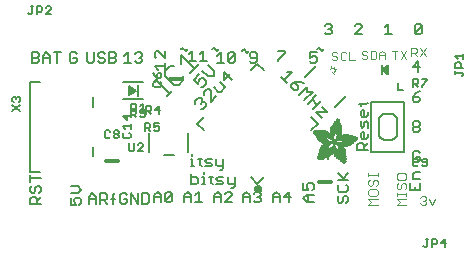
<source format=gbr>
G04 EAGLE Gerber RS-274X export*
G75*
%MOMM*%
%FSLAX34Y34*%
%LPD*%
%INSilkscreen Top*%
%IPPOS*%
%AMOC8*
5,1,8,0,0,1.08239X$1,22.5*%
G01*
%ADD10C,0.127000*%
%ADD11C,0.101600*%
%ADD12C,0.152400*%
%ADD13C,0.304800*%
%ADD14R,0.190500X0.889000*%
%ADD15C,0.406400*%
%ADD16C,0.203200*%
%ADD17C,0.025400*%
%ADD18R,0.050800X0.006300*%
%ADD19R,0.082600X0.006400*%
%ADD20R,0.120600X0.006300*%
%ADD21R,0.139700X0.006400*%
%ADD22R,0.158800X0.006300*%
%ADD23R,0.177800X0.006400*%
%ADD24R,0.196800X0.006300*%
%ADD25R,0.215900X0.006400*%
%ADD26R,0.228600X0.006300*%
%ADD27R,0.241300X0.006400*%
%ADD28R,0.254000X0.006300*%
%ADD29R,0.266700X0.006400*%
%ADD30R,0.279400X0.006300*%
%ADD31R,0.285700X0.006400*%
%ADD32R,0.298400X0.006300*%
%ADD33R,0.311200X0.006400*%
%ADD34R,0.317500X0.006300*%
%ADD35R,0.330200X0.006400*%
%ADD36R,0.336600X0.006300*%
%ADD37R,0.349200X0.006400*%
%ADD38R,0.361900X0.006300*%
%ADD39R,0.368300X0.006400*%
%ADD40R,0.381000X0.006300*%
%ADD41R,0.387300X0.006400*%
%ADD42R,0.393700X0.006300*%
%ADD43R,0.406400X0.006400*%
%ADD44R,0.412700X0.006300*%
%ADD45R,0.419100X0.006400*%
%ADD46R,0.431800X0.006300*%
%ADD47R,0.438100X0.006400*%
%ADD48R,0.450800X0.006300*%
%ADD49R,0.457200X0.006400*%
%ADD50R,0.463500X0.006300*%
%ADD51R,0.476200X0.006400*%
%ADD52R,0.482600X0.006300*%
%ADD53R,0.488900X0.006400*%
%ADD54R,0.501600X0.006300*%
%ADD55R,0.508000X0.006400*%
%ADD56R,0.514300X0.006300*%
%ADD57R,0.527000X0.006400*%
%ADD58R,0.533400X0.006300*%
%ADD59R,0.546100X0.006400*%
%ADD60R,0.552400X0.006300*%
%ADD61R,0.558800X0.006400*%
%ADD62R,0.571500X0.006300*%
%ADD63R,0.577800X0.006400*%
%ADD64R,0.584200X0.006300*%
%ADD65R,0.596900X0.006400*%
%ADD66R,0.603200X0.006300*%
%ADD67R,0.609600X0.006400*%
%ADD68R,0.622300X0.006300*%
%ADD69R,0.628600X0.006400*%
%ADD70R,0.641300X0.006300*%
%ADD71R,0.647700X0.006400*%
%ADD72R,0.063500X0.006300*%
%ADD73R,0.654000X0.006300*%
%ADD74R,0.101600X0.006400*%
%ADD75R,0.666700X0.006400*%
%ADD76R,0.139700X0.006300*%
%ADD77R,0.673100X0.006300*%
%ADD78R,0.165100X0.006400*%
%ADD79R,0.679400X0.006400*%
%ADD80R,0.196900X0.006300*%
%ADD81R,0.692100X0.006300*%
%ADD82R,0.222200X0.006400*%
%ADD83R,0.698500X0.006400*%
%ADD84R,0.247700X0.006300*%
%ADD85R,0.704800X0.006300*%
%ADD86R,0.279400X0.006400*%
%ADD87R,0.717500X0.006400*%
%ADD88R,0.298500X0.006300*%
%ADD89R,0.723900X0.006300*%
%ADD90R,0.736600X0.006400*%
%ADD91R,0.342900X0.006300*%
%ADD92R,0.742900X0.006300*%
%ADD93R,0.374700X0.006400*%
%ADD94R,0.749300X0.006400*%
%ADD95R,0.762000X0.006300*%
%ADD96R,0.412700X0.006400*%
%ADD97R,0.768300X0.006400*%
%ADD98R,0.438100X0.006300*%
%ADD99R,0.774700X0.006300*%
%ADD100R,0.463600X0.006400*%
%ADD101R,0.787400X0.006400*%
%ADD102R,0.793700X0.006300*%
%ADD103R,0.495300X0.006400*%
%ADD104R,0.800100X0.006400*%
%ADD105R,0.520700X0.006300*%
%ADD106R,0.812800X0.006300*%
%ADD107R,0.533400X0.006400*%
%ADD108R,0.819100X0.006400*%
%ADD109R,0.558800X0.006300*%
%ADD110R,0.825500X0.006300*%
%ADD111R,0.577900X0.006400*%
%ADD112R,0.831800X0.006400*%
%ADD113R,0.596900X0.006300*%
%ADD114R,0.844500X0.006300*%
%ADD115R,0.616000X0.006400*%
%ADD116R,0.850900X0.006400*%
%ADD117R,0.635000X0.006300*%
%ADD118R,0.857200X0.006300*%
%ADD119R,0.654100X0.006400*%
%ADD120R,0.863600X0.006400*%
%ADD121R,0.666700X0.006300*%
%ADD122R,0.869900X0.006300*%
%ADD123R,0.685800X0.006400*%
%ADD124R,0.876300X0.006400*%
%ADD125R,0.882600X0.006300*%
%ADD126R,0.723900X0.006400*%
%ADD127R,0.889000X0.006400*%
%ADD128R,0.895300X0.006300*%
%ADD129R,0.755700X0.006400*%
%ADD130R,0.901700X0.006400*%
%ADD131R,0.908000X0.006300*%
%ADD132R,0.793800X0.006400*%
%ADD133R,0.914400X0.006400*%
%ADD134R,0.806400X0.006300*%
%ADD135R,0.920700X0.006300*%
%ADD136R,0.825500X0.006400*%
%ADD137R,0.927100X0.006400*%
%ADD138R,0.933400X0.006300*%
%ADD139R,0.857300X0.006400*%
%ADD140R,0.939800X0.006400*%
%ADD141R,0.870000X0.006300*%
%ADD142R,0.939800X0.006300*%
%ADD143R,0.946100X0.006400*%
%ADD144R,0.952500X0.006300*%
%ADD145R,0.908000X0.006400*%
%ADD146R,0.958800X0.006400*%
%ADD147R,0.965200X0.006300*%
%ADD148R,0.965200X0.006400*%
%ADD149R,0.971500X0.006300*%
%ADD150R,0.952500X0.006400*%
%ADD151R,0.977900X0.006400*%
%ADD152R,0.958800X0.006300*%
%ADD153R,0.984200X0.006300*%
%ADD154R,0.971500X0.006400*%
%ADD155R,0.984200X0.006400*%
%ADD156R,0.990600X0.006300*%
%ADD157R,0.984300X0.006400*%
%ADD158R,0.996900X0.006400*%
%ADD159R,0.997000X0.006300*%
%ADD160R,0.996900X0.006300*%
%ADD161R,1.003300X0.006400*%
%ADD162R,1.016000X0.006300*%
%ADD163R,1.009600X0.006300*%
%ADD164R,1.016000X0.006400*%
%ADD165R,1.009600X0.006400*%
%ADD166R,1.022300X0.006300*%
%ADD167R,1.028700X0.006400*%
%ADD168R,1.035100X0.006300*%
%ADD169R,1.047800X0.006400*%
%ADD170R,1.054100X0.006300*%
%ADD171R,1.028700X0.006300*%
%ADD172R,1.054100X0.006400*%
%ADD173R,1.035000X0.006400*%
%ADD174R,1.060400X0.006300*%
%ADD175R,1.035000X0.006300*%
%ADD176R,1.060500X0.006400*%
%ADD177R,1.041400X0.006400*%
%ADD178R,1.066800X0.006300*%
%ADD179R,1.041400X0.006300*%
%ADD180R,1.079500X0.006400*%
%ADD181R,1.047700X0.006400*%
%ADD182R,1.085900X0.006300*%
%ADD183R,1.047700X0.006300*%
%ADD184R,1.085800X0.006400*%
%ADD185R,1.092200X0.006300*%
%ADD186R,1.085900X0.006400*%
%ADD187R,1.098600X0.006300*%
%ADD188R,1.098600X0.006400*%
%ADD189R,1.060400X0.006400*%
%ADD190R,1.104900X0.006300*%
%ADD191R,1.104900X0.006400*%
%ADD192R,1.066800X0.006400*%
%ADD193R,1.111200X0.006300*%
%ADD194R,1.117600X0.006400*%
%ADD195R,1.117600X0.006300*%
%ADD196R,1.073100X0.006300*%
%ADD197R,1.073100X0.006400*%
%ADD198R,1.124000X0.006300*%
%ADD199R,1.079500X0.006300*%
%ADD200R,1.123900X0.006400*%
%ADD201R,1.130300X0.006300*%
%ADD202R,1.130300X0.006400*%
%ADD203R,1.136700X0.006400*%
%ADD204R,1.136700X0.006300*%
%ADD205R,1.085800X0.006300*%
%ADD206R,1.136600X0.006400*%
%ADD207R,1.136600X0.006300*%
%ADD208R,1.143000X0.006400*%
%ADD209R,1.143000X0.006300*%
%ADD210R,1.149400X0.006300*%
%ADD211R,1.149300X0.006300*%
%ADD212R,1.149300X0.006400*%
%ADD213R,1.149400X0.006400*%
%ADD214R,1.155700X0.006400*%
%ADD215R,1.155700X0.006300*%
%ADD216R,1.060500X0.006300*%
%ADD217R,2.197100X0.006400*%
%ADD218R,2.197100X0.006300*%
%ADD219R,2.184400X0.006300*%
%ADD220R,2.184400X0.006400*%
%ADD221R,2.171700X0.006400*%
%ADD222R,2.171700X0.006300*%
%ADD223R,1.530300X0.006400*%
%ADD224R,1.505000X0.006300*%
%ADD225R,1.492300X0.006400*%
%ADD226R,1.485900X0.006300*%
%ADD227R,0.565200X0.006300*%
%ADD228R,1.473200X0.006400*%
%ADD229R,0.565200X0.006400*%
%ADD230R,1.460500X0.006300*%
%ADD231R,1.454100X0.006400*%
%ADD232R,0.552400X0.006400*%
%ADD233R,1.441500X0.006300*%
%ADD234R,0.546100X0.006300*%
%ADD235R,1.435100X0.006400*%
%ADD236R,0.539800X0.006400*%
%ADD237R,1.428800X0.006300*%
%ADD238R,1.422400X0.006400*%
%ADD239R,1.409700X0.006300*%
%ADD240R,0.527100X0.006300*%
%ADD241R,1.403300X0.006400*%
%ADD242R,0.527100X0.006400*%
%ADD243R,1.390700X0.006300*%
%ADD244R,1.384300X0.006400*%
%ADD245R,0.520700X0.006400*%
%ADD246R,1.384300X0.006300*%
%ADD247R,0.514400X0.006300*%
%ADD248R,1.371600X0.006400*%
%ADD249R,1.365200X0.006300*%
%ADD250R,0.508000X0.006300*%
%ADD251R,1.352600X0.006400*%
%ADD252R,0.501700X0.006400*%
%ADD253R,0.711200X0.006300*%
%ADD254R,0.603300X0.006300*%
%ADD255R,0.501700X0.006300*%
%ADD256R,0.692100X0.006400*%
%ADD257R,0.571500X0.006400*%
%ADD258R,0.679400X0.006300*%
%ADD259R,0.495300X0.006300*%
%ADD260R,0.673100X0.006400*%
%ADD261R,0.666800X0.006300*%
%ADD262R,0.488900X0.006300*%
%ADD263R,0.660400X0.006400*%
%ADD264R,0.482600X0.006400*%
%ADD265R,0.476200X0.006300*%
%ADD266R,0.654000X0.006400*%
%ADD267R,0.469900X0.006400*%
%ADD268R,0.476300X0.006400*%
%ADD269R,0.647700X0.006300*%
%ADD270R,0.457200X0.006300*%
%ADD271R,0.469900X0.006300*%
%ADD272R,0.641300X0.006400*%
%ADD273R,0.444500X0.006400*%
%ADD274R,0.463600X0.006300*%
%ADD275R,0.635000X0.006400*%
%ADD276R,0.463500X0.006400*%
%ADD277R,0.393700X0.006400*%
%ADD278R,0.450800X0.006400*%
%ADD279R,0.628600X0.006300*%
%ADD280R,0.387400X0.006300*%
%ADD281R,0.450900X0.006300*%
%ADD282R,0.628700X0.006400*%
%ADD283R,0.374600X0.006400*%
%ADD284R,0.368300X0.006300*%
%ADD285R,0.438200X0.006300*%
%ADD286R,0.622300X0.006400*%
%ADD287R,0.355600X0.006400*%
%ADD288R,0.431800X0.006400*%
%ADD289R,0.349300X0.006300*%
%ADD290R,0.425400X0.006300*%
%ADD291R,0.615900X0.006300*%
%ADD292R,0.330200X0.006300*%
%ADD293R,0.419100X0.006300*%
%ADD294R,0.616000X0.006300*%
%ADD295R,0.311200X0.006300*%
%ADD296R,0.406400X0.006300*%
%ADD297R,0.615900X0.006400*%
%ADD298R,0.304800X0.006400*%
%ADD299R,0.158800X0.006400*%
%ADD300R,0.609600X0.006300*%
%ADD301R,0.292100X0.006300*%
%ADD302R,0.235000X0.006300*%
%ADD303R,0.387400X0.006400*%
%ADD304R,0.292100X0.006400*%
%ADD305R,0.336500X0.006300*%
%ADD306R,0.260400X0.006300*%
%ADD307R,0.603300X0.006400*%
%ADD308R,0.260400X0.006400*%
%ADD309R,0.362000X0.006400*%
%ADD310R,0.450900X0.006400*%
%ADD311R,0.355600X0.006300*%
%ADD312R,0.342900X0.006400*%
%ADD313R,0.514300X0.006400*%
%ADD314R,0.234900X0.006300*%
%ADD315R,0.539700X0.006300*%
%ADD316R,0.603200X0.006400*%
%ADD317R,0.234900X0.006400*%
%ADD318R,0.920700X0.006400*%
%ADD319R,0.958900X0.006400*%
%ADD320R,0.215900X0.006300*%
%ADD321R,0.209600X0.006400*%
%ADD322R,0.203200X0.006300*%
%ADD323R,1.003300X0.006300*%
%ADD324R,0.203200X0.006400*%
%ADD325R,0.196900X0.006400*%
%ADD326R,0.190500X0.006300*%
%ADD327R,0.190500X0.006400*%
%ADD328R,0.184200X0.006300*%
%ADD329R,0.590500X0.006400*%
%ADD330R,0.184200X0.006400*%
%ADD331R,0.590500X0.006300*%
%ADD332R,0.177800X0.006300*%
%ADD333R,0.584200X0.006400*%
%ADD334R,1.168400X0.006400*%
%ADD335R,0.171500X0.006300*%
%ADD336R,1.187500X0.006300*%
%ADD337R,1.200100X0.006400*%
%ADD338R,0.577800X0.006300*%
%ADD339R,1.212900X0.006300*%
%ADD340R,1.231900X0.006400*%
%ADD341R,1.250900X0.006300*%
%ADD342R,0.565100X0.006400*%
%ADD343R,0.184100X0.006400*%
%ADD344R,1.263700X0.006400*%
%ADD345R,0.565100X0.006300*%
%ADD346R,1.289100X0.006300*%
%ADD347R,1.314400X0.006400*%
%ADD348R,0.552500X0.006300*%
%ADD349R,1.568500X0.006300*%
%ADD350R,0.552500X0.006400*%
%ADD351R,1.581200X0.006400*%
%ADD352R,1.593800X0.006300*%
%ADD353R,1.606500X0.006400*%
%ADD354R,1.619300X0.006300*%
%ADD355R,0.514400X0.006400*%
%ADD356R,1.638300X0.006400*%
%ADD357R,1.657300X0.006300*%
%ADD358R,2.209800X0.006400*%
%ADD359R,2.425700X0.006300*%
%ADD360R,2.470100X0.006400*%
%ADD361R,2.501900X0.006300*%
%ADD362R,2.533700X0.006400*%
%ADD363R,2.559000X0.006300*%
%ADD364R,2.584500X0.006400*%
%ADD365R,2.609900X0.006300*%
%ADD366R,2.628900X0.006400*%
%ADD367R,2.660600X0.006300*%
%ADD368R,2.673400X0.006400*%
%ADD369R,1.422400X0.006300*%
%ADD370R,1.200200X0.006300*%
%ADD371R,1.365300X0.006300*%
%ADD372R,1.365300X0.006400*%
%ADD373R,1.352500X0.006300*%
%ADD374R,1.098500X0.006300*%
%ADD375R,1.358900X0.006400*%
%ADD376R,1.352600X0.006300*%
%ADD377R,1.358900X0.006300*%
%ADD378R,1.371600X0.006300*%
%ADD379R,1.377900X0.006400*%
%ADD380R,1.397000X0.006400*%
%ADD381R,1.403300X0.006300*%
%ADD382R,0.914400X0.006300*%
%ADD383R,0.876300X0.006300*%
%ADD384R,0.374600X0.006300*%
%ADD385R,1.073200X0.006400*%
%ADD386R,0.374700X0.006300*%
%ADD387R,0.844600X0.006400*%
%ADD388R,0.844600X0.006300*%
%ADD389R,0.831900X0.006400*%
%ADD390R,1.092200X0.006400*%
%ADD391R,0.400000X0.006300*%
%ADD392R,0.819200X0.006400*%
%ADD393R,1.111300X0.006400*%
%ADD394R,0.812800X0.006400*%
%ADD395R,0.800100X0.006300*%
%ADD396R,0.476300X0.006300*%
%ADD397R,1.181100X0.006300*%
%ADD398R,0.501600X0.006400*%
%ADD399R,1.193800X0.006400*%
%ADD400R,0.781000X0.006400*%
%ADD401R,1.238200X0.006400*%
%ADD402R,0.781100X0.006300*%
%ADD403R,1.257300X0.006300*%
%ADD404R,1.295400X0.006400*%
%ADD405R,1.333500X0.006300*%
%ADD406R,0.774700X0.006400*%
%ADD407R,1.866900X0.006400*%
%ADD408R,0.209600X0.006300*%
%ADD409R,1.866900X0.006300*%
%ADD410R,0.768400X0.006400*%
%ADD411R,0.209500X0.006400*%
%ADD412R,1.860600X0.006400*%
%ADD413R,0.762000X0.006400*%
%ADD414R,0.768400X0.006300*%
%ADD415R,1.860600X0.006300*%
%ADD416R,1.860500X0.006400*%
%ADD417R,0.222300X0.006300*%
%ADD418R,1.854200X0.006300*%
%ADD419R,0.235000X0.006400*%
%ADD420R,1.854200X0.006400*%
%ADD421R,0.768300X0.006300*%
%ADD422R,0.260300X0.006400*%
%ADD423R,1.847800X0.006400*%
%ADD424R,0.266700X0.006300*%
%ADD425R,1.847800X0.006300*%
%ADD426R,0.273100X0.006400*%
%ADD427R,1.841500X0.006400*%
%ADD428R,0.285800X0.006300*%
%ADD429R,1.841500X0.006300*%
%ADD430R,0.298500X0.006400*%
%ADD431R,1.835100X0.006400*%
%ADD432R,0.781000X0.006300*%
%ADD433R,0.304800X0.006300*%
%ADD434R,1.835100X0.006300*%
%ADD435R,0.317500X0.006400*%
%ADD436R,1.828800X0.006400*%
%ADD437R,0.787400X0.006300*%
%ADD438R,0.323800X0.006300*%
%ADD439R,1.828800X0.006300*%
%ADD440R,0.793700X0.006400*%
%ADD441R,1.822400X0.006400*%
%ADD442R,0.806500X0.006300*%
%ADD443R,1.822400X0.006300*%
%ADD444R,1.816100X0.006400*%
%ADD445R,0.819100X0.006300*%
%ADD446R,0.387300X0.006300*%
%ADD447R,1.816100X0.006300*%
%ADD448R,1.809800X0.006400*%
%ADD449R,1.803400X0.006300*%
%ADD450R,1.797000X0.006400*%
%ADD451R,0.901700X0.006300*%
%ADD452R,1.797000X0.006300*%
%ADD453R,1.441400X0.006400*%
%ADD454R,1.790700X0.006400*%
%ADD455R,1.447800X0.006300*%
%ADD456R,1.784300X0.006300*%
%ADD457R,1.447800X0.006400*%
%ADD458R,1.784300X0.006400*%
%ADD459R,1.454100X0.006300*%
%ADD460R,1.771700X0.006300*%
%ADD461R,1.460500X0.006400*%
%ADD462R,1.759000X0.006400*%
%ADD463R,1.466800X0.006300*%
%ADD464R,1.752600X0.006300*%
%ADD465R,1.466800X0.006400*%
%ADD466R,1.739900X0.006400*%
%ADD467R,1.473200X0.006300*%
%ADD468R,1.727200X0.006300*%
%ADD469R,1.479500X0.006400*%
%ADD470R,1.714500X0.006400*%
%ADD471R,1.695400X0.006300*%
%ADD472R,1.485900X0.006400*%
%ADD473R,1.682700X0.006400*%
%ADD474R,1.492200X0.006300*%
%ADD475R,1.663700X0.006300*%
%ADD476R,1.498600X0.006400*%
%ADD477R,1.644600X0.006400*%
%ADD478R,1.498600X0.006300*%
%ADD479R,1.619200X0.006300*%
%ADD480R,1.511300X0.006400*%
%ADD481R,1.600200X0.006400*%
%ADD482R,1.517700X0.006300*%
%ADD483R,1.574800X0.006300*%
%ADD484R,1.524000X0.006400*%
%ADD485R,1.555800X0.006400*%
%ADD486R,1.524000X0.006300*%
%ADD487R,1.536700X0.006300*%
%ADD488R,1.530400X0.006400*%
%ADD489R,1.517700X0.006400*%
%ADD490R,1.492300X0.006300*%
%ADD491R,1.549400X0.006400*%
%ADD492R,1.479600X0.006400*%
%ADD493R,1.549400X0.006300*%
%ADD494R,1.555700X0.006400*%
%ADD495R,1.562100X0.006300*%
%ADD496R,0.323900X0.006300*%
%ADD497R,1.568400X0.006400*%
%ADD498R,0.336600X0.006400*%
%ADD499R,1.587500X0.006300*%
%ADD500R,0.971600X0.006300*%
%ADD501R,0.349300X0.006400*%
%ADD502R,1.600200X0.006300*%
%ADD503R,0.920800X0.006300*%
%ADD504R,0.882700X0.006400*%
%ADD505R,1.612900X0.006300*%
%ADD506R,0.362000X0.006300*%
%ADD507R,1.625600X0.006400*%
%ADD508R,1.625600X0.006300*%
%ADD509R,1.644600X0.006300*%
%ADD510R,0.736600X0.006300*%
%ADD511R,0.717600X0.006400*%
%ADD512R,1.657400X0.006300*%
%ADD513R,0.679500X0.006300*%
%ADD514R,1.663700X0.006400*%
%ADD515R,0.400000X0.006400*%
%ADD516R,1.676400X0.006300*%
%ADD517R,1.676400X0.006400*%
%ADD518R,0.425500X0.006400*%
%ADD519R,1.352500X0.006400*%
%ADD520R,0.444500X0.006300*%
%ADD521R,0.361900X0.006400*%
%ADD522R,0.088900X0.006300*%
%ADD523R,1.009700X0.006300*%
%ADD524R,1.009700X0.006400*%
%ADD525R,1.022300X0.006400*%
%ADD526R,1.346200X0.006400*%
%ADD527R,1.346200X0.006300*%
%ADD528R,1.339900X0.006400*%
%ADD529R,1.035100X0.006400*%
%ADD530R,1.339800X0.006300*%
%ADD531R,1.333500X0.006400*%
%ADD532R,1.327200X0.006400*%
%ADD533R,1.320800X0.006300*%
%ADD534R,1.314500X0.006400*%
%ADD535R,1.314400X0.006300*%
%ADD536R,1.301700X0.006400*%
%ADD537R,1.295400X0.006300*%
%ADD538R,1.289000X0.006400*%
%ADD539R,1.276300X0.006300*%
%ADD540R,1.251000X0.006300*%
%ADD541R,1.244600X0.006400*%
%ADD542R,1.231900X0.006300*%
%ADD543R,1.212800X0.006400*%
%ADD544R,1.200100X0.006300*%
%ADD545R,1.187400X0.006400*%
%ADD546R,1.168400X0.006300*%
%ADD547R,1.047800X0.006300*%
%ADD548R,0.977900X0.006300*%
%ADD549R,0.946200X0.006400*%
%ADD550R,0.933400X0.006400*%
%ADD551R,0.895300X0.006400*%
%ADD552R,0.882700X0.006300*%
%ADD553R,0.863600X0.006300*%
%ADD554R,0.857200X0.006400*%
%ADD555R,0.850900X0.006300*%
%ADD556R,0.838200X0.006300*%
%ADD557R,0.806500X0.006400*%
%ADD558R,0.717600X0.006300*%
%ADD559R,0.711200X0.006400*%
%ADD560R,0.641400X0.006400*%
%ADD561R,0.641400X0.006300*%
%ADD562R,0.628700X0.006300*%
%ADD563R,0.590600X0.006300*%
%ADD564R,0.539700X0.006400*%
%ADD565R,0.285700X0.006300*%
%ADD566R,0.222200X0.006300*%
%ADD567R,0.171400X0.006300*%
%ADD568R,0.152400X0.006400*%
%ADD569R,0.133400X0.006300*%
%ADD570R,0.200000X1.000000*%

G36*
X304822Y132592D02*
X304822Y132592D01*
X304839Y132590D01*
X304942Y132612D01*
X305047Y132630D01*
X305062Y132638D01*
X305080Y132642D01*
X305170Y132696D01*
X305264Y132746D01*
X305276Y132759D01*
X305291Y132768D01*
X305360Y132848D01*
X305432Y132925D01*
X305439Y132942D01*
X305451Y132955D01*
X305490Y133053D01*
X305534Y133149D01*
X305536Y133167D01*
X305543Y133183D01*
X305561Y133350D01*
X305561Y140970D01*
X305559Y140987D01*
X305560Y141002D01*
X305560Y141005D01*
X305539Y141109D01*
X305522Y141213D01*
X305513Y141228D01*
X305510Y141246D01*
X305456Y141337D01*
X305406Y141430D01*
X305394Y141442D01*
X305385Y141458D01*
X305305Y141527D01*
X305228Y141600D01*
X305212Y141607D01*
X305198Y141619D01*
X305101Y141659D01*
X305005Y141703D01*
X304987Y141705D01*
X304971Y141712D01*
X304865Y141719D01*
X304761Y141730D01*
X304743Y141726D01*
X304725Y141728D01*
X304623Y141700D01*
X304550Y141684D01*
X304547Y141684D01*
X304520Y141678D01*
X304505Y141669D01*
X304488Y141664D01*
X304343Y141579D01*
X299263Y137769D01*
X299260Y137766D01*
X299257Y137764D01*
X299175Y137677D01*
X299093Y137592D01*
X299091Y137588D01*
X299088Y137585D01*
X299038Y137476D01*
X298988Y137369D01*
X298988Y137365D01*
X298986Y137361D01*
X298973Y137243D01*
X298960Y137125D01*
X298960Y137121D01*
X298960Y137116D01*
X298986Y137000D01*
X299011Y136884D01*
X299013Y136880D01*
X299014Y136876D01*
X299075Y136774D01*
X299136Y136672D01*
X299139Y136669D01*
X299141Y136666D01*
X299263Y136551D01*
X304343Y132741D01*
X304359Y132733D01*
X304372Y132721D01*
X304468Y132676D01*
X304561Y132627D01*
X304579Y132624D01*
X304595Y132617D01*
X304700Y132605D01*
X304804Y132589D01*
X304822Y132592D01*
G37*
G36*
X86945Y116373D02*
X86945Y116373D01*
X87016Y116371D01*
X87086Y116390D01*
X87157Y116398D01*
X87212Y116423D01*
X87291Y116443D01*
X87394Y116504D01*
X87463Y116535D01*
X90463Y118535D01*
X90550Y118612D01*
X90640Y118685D01*
X90655Y118707D01*
X90675Y118725D01*
X90737Y118822D01*
X90804Y118917D01*
X90812Y118943D01*
X90827Y118965D01*
X90859Y119076D01*
X90897Y119186D01*
X90898Y119213D01*
X90905Y119238D01*
X90905Y119354D01*
X90911Y119470D01*
X90905Y119496D01*
X90905Y119523D01*
X90873Y119634D01*
X90847Y119747D01*
X90834Y119770D01*
X90826Y119796D01*
X90764Y119894D01*
X90708Y119995D01*
X90690Y120011D01*
X90675Y120036D01*
X90467Y120221D01*
X90463Y120225D01*
X87463Y122225D01*
X87399Y122256D01*
X87339Y122296D01*
X87271Y122317D01*
X87207Y122348D01*
X87136Y122360D01*
X87068Y122381D01*
X86997Y122383D01*
X86927Y122395D01*
X86855Y122387D01*
X86784Y122389D01*
X86715Y122371D01*
X86644Y122362D01*
X86578Y122335D01*
X86509Y122317D01*
X86448Y122280D01*
X86382Y122253D01*
X86326Y122208D01*
X86264Y122172D01*
X86215Y122120D01*
X86160Y122075D01*
X86119Y122017D01*
X86070Y121964D01*
X86037Y121901D01*
X85996Y121843D01*
X85973Y121775D01*
X85940Y121711D01*
X85930Y121652D01*
X85903Y121574D01*
X85897Y121455D01*
X85885Y121380D01*
X85885Y117380D01*
X85895Y117309D01*
X85895Y117237D01*
X85915Y117169D01*
X85925Y117099D01*
X85954Y117033D01*
X85974Y116964D01*
X86012Y116904D01*
X86041Y116839D01*
X86087Y116784D01*
X86125Y116724D01*
X86179Y116676D01*
X86225Y116622D01*
X86284Y116582D01*
X86338Y116535D01*
X86402Y116504D01*
X86461Y116465D01*
X86530Y116443D01*
X86594Y116412D01*
X86664Y116400D01*
X86732Y116379D01*
X86804Y116377D01*
X86875Y116365D01*
X86945Y116373D01*
G37*
D10*
X50102Y151773D02*
X50102Y144358D01*
X51585Y142875D01*
X54551Y142875D01*
X56034Y144358D01*
X56034Y151773D01*
X63906Y151773D02*
X65389Y150290D01*
X63906Y151773D02*
X60940Y151773D01*
X59457Y150290D01*
X59457Y148807D01*
X60940Y147324D01*
X63906Y147324D01*
X65389Y145841D01*
X65389Y144358D01*
X63906Y142875D01*
X60940Y142875D01*
X59457Y144358D01*
X68813Y142875D02*
X68813Y151773D01*
X73261Y151773D01*
X74744Y150290D01*
X74744Y148807D01*
X73261Y147324D01*
X74744Y145841D01*
X74744Y144358D01*
X73261Y142875D01*
X68813Y142875D01*
X68813Y147324D02*
X73261Y147324D01*
X10795Y23432D02*
X1897Y23432D01*
X1897Y27881D01*
X3380Y29364D01*
X6346Y29364D01*
X7829Y27881D01*
X7829Y23432D01*
X7829Y26398D02*
X10795Y29364D01*
X1897Y37236D02*
X3380Y38719D01*
X1897Y37236D02*
X1897Y34270D01*
X3380Y32787D01*
X4863Y32787D01*
X6346Y34270D01*
X6346Y37236D01*
X7829Y38719D01*
X9312Y38719D01*
X10795Y37236D01*
X10795Y34270D01*
X9312Y32787D01*
X10795Y45108D02*
X1897Y45108D01*
X1897Y42143D02*
X1897Y48074D01*
X51661Y29427D02*
X51661Y23495D01*
X51661Y29427D02*
X54627Y32393D01*
X57593Y29427D01*
X57593Y23495D01*
X57593Y27944D02*
X51661Y27944D01*
X61017Y23495D02*
X61017Y32393D01*
X65465Y32393D01*
X66948Y30910D01*
X66948Y27944D01*
X65465Y26461D01*
X61017Y26461D01*
X63982Y26461D02*
X66948Y23495D01*
X71855Y23495D02*
X71855Y30910D01*
X73338Y32393D01*
X73338Y27944D02*
X70372Y27944D01*
X36187Y28962D02*
X36187Y23030D01*
X40636Y23030D01*
X39153Y25996D01*
X39153Y27479D01*
X40636Y28962D01*
X43602Y28962D01*
X45085Y27479D01*
X45085Y24513D01*
X43602Y23030D01*
X42119Y32385D02*
X36187Y32385D01*
X42119Y32385D02*
X45085Y35351D01*
X42119Y38317D01*
X36187Y38317D01*
X236003Y25570D02*
X241935Y25570D01*
X236003Y25570D02*
X233037Y28536D01*
X236003Y31502D01*
X241935Y31502D01*
X237486Y31502D02*
X237486Y25570D01*
X233037Y34925D02*
X233037Y40857D01*
X233037Y34925D02*
X237486Y34925D01*
X236003Y37891D01*
X236003Y39374D01*
X237486Y40857D01*
X240452Y40857D01*
X241935Y39374D01*
X241935Y36408D01*
X240452Y34925D01*
X207180Y30697D02*
X207180Y24765D01*
X207180Y30697D02*
X210146Y33663D01*
X213112Y30697D01*
X213112Y24765D01*
X213112Y29214D02*
X207180Y29214D01*
X220984Y24765D02*
X220984Y33663D01*
X216535Y29214D01*
X222467Y29214D01*
X181780Y30697D02*
X181780Y24765D01*
X181780Y30697D02*
X184746Y33663D01*
X187712Y30697D01*
X187712Y24765D01*
X187712Y29214D02*
X181780Y29214D01*
X191135Y32180D02*
X192618Y33663D01*
X195584Y33663D01*
X197067Y32180D01*
X197067Y30697D01*
X195584Y29214D01*
X194101Y29214D01*
X195584Y29214D02*
X197067Y27731D01*
X197067Y26248D01*
X195584Y24765D01*
X192618Y24765D01*
X191135Y26248D01*
X157650Y24765D02*
X157650Y30697D01*
X160616Y33663D01*
X163582Y30697D01*
X163582Y24765D01*
X163582Y29214D02*
X157650Y29214D01*
X167005Y24765D02*
X172937Y24765D01*
X167005Y24765D02*
X172937Y30697D01*
X172937Y32180D01*
X171454Y33663D01*
X168488Y33663D01*
X167005Y32180D01*
X132250Y30697D02*
X132250Y24765D01*
X132250Y30697D02*
X135216Y33663D01*
X138182Y30697D01*
X138182Y24765D01*
X138182Y29214D02*
X132250Y29214D01*
X141605Y30697D02*
X144571Y33663D01*
X144571Y24765D01*
X141605Y24765D02*
X147537Y24765D01*
X106850Y24765D02*
X106850Y30697D01*
X109816Y33663D01*
X112782Y30697D01*
X112782Y24765D01*
X112782Y29214D02*
X106850Y29214D01*
X116205Y26248D02*
X116205Y32180D01*
X117688Y33663D01*
X120654Y33663D01*
X122137Y32180D01*
X122137Y26248D01*
X120654Y24765D01*
X117688Y24765D01*
X116205Y26248D01*
X122137Y32180D01*
X81450Y148807D02*
X84416Y151773D01*
X84416Y142875D01*
X81450Y142875D02*
X87382Y142875D01*
X90805Y150290D02*
X92288Y151773D01*
X95254Y151773D01*
X96737Y150290D01*
X96737Y148807D01*
X95254Y147324D01*
X93771Y147324D01*
X95254Y147324D02*
X96737Y145841D01*
X96737Y144358D01*
X95254Y142875D01*
X92288Y142875D01*
X90805Y144358D01*
X238527Y151773D02*
X244459Y151773D01*
X238527Y151773D02*
X238527Y147324D01*
X241493Y148807D01*
X242976Y148807D01*
X244459Y147324D01*
X244459Y144358D01*
X242976Y142875D01*
X240010Y142875D01*
X238527Y144358D01*
X139026Y153043D02*
X136060Y150077D01*
X139026Y153043D02*
X139026Y144145D01*
X136060Y144145D02*
X141992Y144145D01*
X145415Y150077D02*
X148381Y153043D01*
X148381Y144145D01*
X145415Y144145D02*
X151347Y144145D01*
X160190Y148807D02*
X163156Y151773D01*
X163156Y142875D01*
X160190Y142875D02*
X166122Y142875D01*
X169545Y144358D02*
X169545Y150290D01*
X171028Y151773D01*
X173994Y151773D01*
X175477Y150290D01*
X175477Y144358D01*
X173994Y142875D01*
X171028Y142875D01*
X169545Y144358D01*
X175477Y150290D01*
X187727Y144358D02*
X189210Y142875D01*
X192176Y142875D01*
X193659Y144358D01*
X193659Y150290D01*
X192176Y151773D01*
X189210Y151773D01*
X187727Y150290D01*
X187727Y148807D01*
X189210Y147324D01*
X193659Y147324D01*
X263730Y30634D02*
X262247Y29151D01*
X262247Y26185D01*
X263730Y24702D01*
X265213Y24702D01*
X266696Y26185D01*
X266696Y29151D01*
X268179Y30634D01*
X269662Y30634D01*
X271145Y29151D01*
X271145Y26185D01*
X269662Y24702D01*
X262247Y38506D02*
X263730Y39989D01*
X262247Y38506D02*
X262247Y35540D01*
X263730Y34057D01*
X269662Y34057D01*
X271145Y35540D01*
X271145Y38506D01*
X269662Y39989D01*
X271145Y43413D02*
X262247Y43413D01*
X262247Y49344D02*
X268179Y43413D01*
X266696Y44896D02*
X271145Y49344D01*
D11*
X288156Y22331D02*
X296037Y22331D01*
X290783Y24958D02*
X288156Y22331D01*
X290783Y24958D02*
X288156Y27585D01*
X296037Y27585D01*
X288156Y31830D02*
X288156Y34457D01*
X288156Y31830D02*
X289470Y30517D01*
X294724Y30517D01*
X296037Y31830D01*
X296037Y34457D01*
X294724Y35770D01*
X289470Y35770D01*
X288156Y34457D01*
X288156Y42643D02*
X289470Y43956D01*
X288156Y42643D02*
X288156Y40016D01*
X289470Y38702D01*
X290783Y38702D01*
X292097Y40016D01*
X292097Y42643D01*
X293410Y43956D01*
X294724Y43956D01*
X296037Y42643D01*
X296037Y40016D01*
X294724Y38702D01*
X296037Y46888D02*
X296037Y49515D01*
X296037Y48202D02*
X288156Y48202D01*
X288156Y49515D02*
X288156Y46888D01*
X312286Y22331D02*
X320167Y22331D01*
X314913Y24958D02*
X312286Y22331D01*
X314913Y24958D02*
X312286Y27585D01*
X320167Y27585D01*
X320167Y30517D02*
X320167Y33143D01*
X320167Y31830D02*
X312286Y31830D01*
X312286Y30517D02*
X312286Y33143D01*
X312286Y39914D02*
X313600Y41228D01*
X312286Y39914D02*
X312286Y37287D01*
X313600Y35974D01*
X314913Y35974D01*
X316227Y37287D01*
X316227Y39914D01*
X317540Y41228D01*
X318854Y41228D01*
X320167Y39914D01*
X320167Y37287D01*
X318854Y35974D01*
X312286Y45473D02*
X312286Y48100D01*
X312286Y45473D02*
X313600Y44159D01*
X318854Y44159D01*
X320167Y45473D01*
X320167Y48100D01*
X318854Y49413D01*
X313600Y49413D01*
X312286Y48100D01*
X261997Y150966D02*
X260811Y152152D01*
X258438Y152152D01*
X257252Y150966D01*
X257252Y149779D01*
X258438Y148593D01*
X260811Y148593D01*
X261997Y147407D01*
X261997Y146220D01*
X260811Y145034D01*
X258438Y145034D01*
X257252Y146220D01*
X268295Y152152D02*
X269481Y150966D01*
X268295Y152152D02*
X265922Y152152D01*
X264736Y150966D01*
X264736Y146220D01*
X265922Y145034D01*
X268295Y145034D01*
X269481Y146220D01*
X272220Y145034D02*
X272220Y152152D01*
X272220Y145034D02*
X276965Y145034D01*
X286211Y153422D02*
X287397Y152236D01*
X286211Y153422D02*
X283838Y153422D01*
X282652Y152236D01*
X282652Y151049D01*
X283838Y149863D01*
X286211Y149863D01*
X287397Y148677D01*
X287397Y147490D01*
X286211Y146304D01*
X283838Y146304D01*
X282652Y147490D01*
X290136Y146304D02*
X290136Y153422D01*
X290136Y146304D02*
X293695Y146304D01*
X294881Y147490D01*
X294881Y152236D01*
X293695Y153422D01*
X290136Y153422D01*
X297620Y151049D02*
X297620Y146304D01*
X297620Y151049D02*
X299993Y153422D01*
X302365Y151049D01*
X302365Y146304D01*
X302365Y149863D02*
X297620Y149863D01*
D10*
X252710Y175903D02*
X251227Y174420D01*
X252710Y175903D02*
X255676Y175903D01*
X257159Y174420D01*
X257159Y172937D01*
X255676Y171454D01*
X254193Y171454D01*
X255676Y171454D02*
X257159Y169971D01*
X257159Y168488D01*
X255676Y167005D01*
X252710Y167005D01*
X251227Y168488D01*
X276627Y167005D02*
X282559Y167005D01*
X276627Y167005D02*
X282559Y172937D01*
X282559Y174420D01*
X281076Y175903D01*
X278110Y175903D01*
X276627Y174420D01*
X327427Y174420D02*
X327427Y168488D01*
X327427Y174420D02*
X328910Y175903D01*
X331876Y175903D01*
X333359Y174420D01*
X333359Y168488D01*
X331876Y167005D01*
X328910Y167005D01*
X327427Y168488D01*
X333359Y174420D01*
X304993Y175903D02*
X302027Y172937D01*
X304993Y175903D02*
X304993Y167005D01*
X302027Y167005D02*
X307959Y167005D01*
D11*
X310357Y153422D02*
X310357Y146304D01*
X312729Y153422D02*
X307984Y153422D01*
X315468Y153422D02*
X320213Y146304D01*
X315468Y146304D02*
X320213Y153422D01*
X324494Y155962D02*
X324494Y148844D01*
X324494Y155962D02*
X328053Y155962D01*
X329239Y154776D01*
X329239Y152403D01*
X328053Y151217D01*
X324494Y151217D01*
X326867Y151217D02*
X329239Y148844D01*
X336723Y148844D02*
X331978Y155962D01*
X336723Y155962D02*
X331978Y148844D01*
D10*
X3112Y151773D02*
X3112Y142875D01*
X3112Y151773D02*
X7561Y151773D01*
X9044Y150290D01*
X9044Y148807D01*
X7561Y147324D01*
X9044Y145841D01*
X9044Y144358D01*
X7561Y142875D01*
X3112Y142875D01*
X3112Y147324D02*
X7561Y147324D01*
X12467Y148807D02*
X12467Y142875D01*
X12467Y148807D02*
X15433Y151773D01*
X18399Y148807D01*
X18399Y142875D01*
X18399Y147324D02*
X12467Y147324D01*
X24788Y142875D02*
X24788Y151773D01*
X21823Y151773D02*
X27754Y151773D01*
X107307Y140296D02*
X110273Y137330D01*
X107307Y140296D02*
X116205Y140296D01*
X116205Y137330D02*
X116205Y143262D01*
X116205Y146685D02*
X116205Y152617D01*
X116205Y146685D02*
X110273Y152617D01*
X108790Y152617D01*
X107307Y151134D01*
X107307Y148168D01*
X108790Y146685D01*
X211857Y153043D02*
X217789Y153043D01*
X217789Y151560D01*
X211857Y145628D01*
X211857Y144145D01*
X83974Y30910D02*
X82491Y32393D01*
X79525Y32393D01*
X78042Y30910D01*
X78042Y24978D01*
X79525Y23495D01*
X82491Y23495D01*
X83974Y24978D01*
X83974Y27944D01*
X81008Y27944D01*
X87397Y23495D02*
X87397Y32393D01*
X93329Y23495D01*
X93329Y32393D01*
X96753Y32393D02*
X96753Y23495D01*
X101201Y23495D01*
X102684Y24978D01*
X102684Y30910D01*
X101201Y32393D01*
X96753Y32393D01*
X41259Y150290D02*
X39776Y151773D01*
X36810Y151773D01*
X35327Y150290D01*
X35327Y144358D01*
X36810Y142875D01*
X39776Y142875D01*
X41259Y144358D01*
X41259Y147324D01*
X38293Y147324D01*
X155977Y154313D02*
X157460Y155796D01*
X160426Y152830D01*
X161909Y154313D01*
X278757Y68976D02*
X287655Y68976D01*
X278757Y68976D02*
X278757Y73425D01*
X280240Y74908D01*
X283206Y74908D01*
X284689Y73425D01*
X284689Y68976D01*
X284689Y71942D02*
X287655Y74908D01*
X287655Y79814D02*
X287655Y82780D01*
X287655Y79814D02*
X286172Y78331D01*
X283206Y78331D01*
X281723Y79814D01*
X281723Y82780D01*
X283206Y84263D01*
X284689Y84263D01*
X284689Y78331D01*
X287655Y87687D02*
X287655Y92135D01*
X286172Y93618D01*
X284689Y92135D01*
X284689Y89170D01*
X283206Y87687D01*
X281723Y89170D01*
X281723Y93618D01*
X287655Y98525D02*
X287655Y101491D01*
X287655Y98525D02*
X286172Y97042D01*
X283206Y97042D01*
X281723Y98525D01*
X281723Y101491D01*
X283206Y102974D01*
X284689Y102974D01*
X284689Y97042D01*
X286172Y107880D02*
X280240Y107880D01*
X286172Y107880D02*
X287655Y109363D01*
X281723Y109363D02*
X281723Y106397D01*
X330204Y135255D02*
X330204Y144153D01*
X325755Y139704D01*
X331687Y139704D01*
X331687Y118753D02*
X328721Y117270D01*
X325755Y114304D01*
X325755Y111338D01*
X327238Y109855D01*
X330204Y109855D01*
X331687Y111338D01*
X331687Y112821D01*
X330204Y114304D01*
X325755Y114304D01*
X327238Y93353D02*
X325755Y91870D01*
X327238Y93353D02*
X330204Y93353D01*
X331687Y91870D01*
X331687Y90387D01*
X330204Y88904D01*
X331687Y87421D01*
X331687Y85938D01*
X330204Y84455D01*
X327238Y84455D01*
X325755Y85938D01*
X325755Y87421D01*
X327238Y88904D01*
X325755Y90387D01*
X325755Y91870D01*
X327238Y88904D02*
X330204Y88904D01*
X330204Y67953D02*
X331687Y66470D01*
X330204Y67953D02*
X327238Y67953D01*
X325755Y66470D01*
X325755Y60538D01*
X327238Y59055D01*
X330204Y59055D01*
X331687Y60538D01*
X331687Y63504D01*
X328721Y63504D01*
X323207Y40857D02*
X323207Y34925D01*
X332105Y34925D01*
X332105Y40857D01*
X327656Y37891D02*
X327656Y34925D01*
X326173Y44280D02*
X332105Y44280D01*
X326173Y44280D02*
X326173Y48729D01*
X327656Y50212D01*
X332105Y50212D01*
D11*
X333436Y29978D02*
X332250Y28792D01*
X333436Y29978D02*
X335809Y29978D01*
X336995Y28792D01*
X336995Y27605D01*
X335809Y26419D01*
X334622Y26419D01*
X335809Y26419D02*
X336995Y25233D01*
X336995Y24046D01*
X335809Y22860D01*
X333436Y22860D01*
X332250Y24046D01*
X339734Y27605D02*
X342107Y22860D01*
X344479Y27605D01*
D10*
X130790Y155796D02*
X129307Y154313D01*
X130790Y155796D02*
X133756Y152830D01*
X135239Y154313D01*
X181377Y153043D02*
X182860Y154526D01*
X185826Y151560D01*
X187309Y153043D01*
X244877Y154313D02*
X246360Y155796D01*
X249326Y152830D01*
X250809Y154313D01*
D12*
X141478Y110857D02*
X141478Y108520D01*
X141478Y110857D02*
X143815Y113193D01*
X146152Y113193D01*
X147320Y112025D01*
X147320Y109688D01*
X146152Y108520D01*
X147320Y109688D02*
X149657Y109688D01*
X150825Y108520D01*
X150825Y106183D01*
X148488Y103846D01*
X146152Y103846D01*
X154762Y110120D02*
X159436Y114793D01*
X154762Y110120D02*
X154762Y119467D01*
X153594Y120635D01*
X151257Y120635D01*
X148920Y118299D01*
X148920Y115962D01*
X157530Y122235D02*
X161036Y118730D01*
X163372Y118730D01*
X166878Y122235D01*
X162204Y126909D01*
X166141Y135519D02*
X173151Y128509D01*
X166141Y128509D02*
X166141Y135519D01*
X170814Y133183D02*
X166141Y128509D01*
X144983Y133412D02*
X140309Y128738D01*
X143815Y125233D01*
X144983Y128738D01*
X146152Y129907D01*
X148488Y129907D01*
X150825Y127570D01*
X150825Y125233D01*
X148488Y122896D01*
X146152Y122896D01*
X152425Y131506D02*
X147751Y136180D01*
X152425Y131506D02*
X157099Y131506D01*
X157099Y136180D01*
X152425Y140854D01*
X219111Y135484D02*
X223785Y135484D01*
X216774Y128473D01*
X214438Y130810D02*
X219111Y126136D01*
X230059Y126873D02*
X233564Y125705D01*
X230059Y126873D02*
X225385Y126873D01*
X223048Y124536D01*
X223048Y122200D01*
X225385Y119863D01*
X227722Y119863D01*
X228890Y121031D01*
X228890Y123368D01*
X225385Y126873D01*
X229322Y115926D02*
X236332Y122936D01*
X236332Y118263D01*
X241006Y118263D01*
X233995Y111252D01*
X236764Y108484D02*
X243774Y115494D01*
X240269Y111989D02*
X244943Y107315D01*
X248448Y110821D02*
X241437Y103810D01*
X248879Y105716D02*
X253553Y101042D01*
X244206Y101042D01*
X248879Y96368D01*
D10*
X139278Y61177D02*
X137795Y61177D01*
X139278Y61177D02*
X139278Y55245D01*
X137795Y55245D02*
X140761Y55245D01*
X139278Y64143D02*
X139278Y65626D01*
X145515Y62660D02*
X145515Y56728D01*
X146998Y55245D01*
X146998Y61177D02*
X144032Y61177D01*
X150269Y55245D02*
X154717Y55245D01*
X156200Y56728D01*
X154717Y58211D01*
X151751Y58211D01*
X150269Y59694D01*
X151751Y61177D01*
X156200Y61177D01*
X159624Y61177D02*
X159624Y56728D01*
X161107Y55245D01*
X165555Y55245D01*
X165555Y53762D02*
X165555Y61177D01*
X165555Y53762D02*
X164073Y52279D01*
X162590Y52279D01*
X137795Y48903D02*
X137795Y40005D01*
X142244Y40005D01*
X143727Y41488D01*
X143727Y44454D01*
X142244Y45937D01*
X137795Y45937D01*
X147150Y45937D02*
X148633Y45937D01*
X148633Y40005D01*
X147150Y40005D02*
X150116Y40005D01*
X148633Y48903D02*
X148633Y50386D01*
X154870Y47420D02*
X154870Y41488D01*
X156353Y40005D01*
X156353Y45937D02*
X153387Y45937D01*
X159624Y40005D02*
X164073Y40005D01*
X165555Y41488D01*
X164073Y42971D01*
X161107Y42971D01*
X159624Y44454D01*
X161107Y45937D01*
X165555Y45937D01*
X168979Y45937D02*
X168979Y41488D01*
X170462Y40005D01*
X174911Y40005D01*
X174911Y38522D02*
X174911Y45937D01*
X174911Y38522D02*
X173428Y37039D01*
X171945Y37039D01*
D13*
X130810Y129540D02*
X120650Y129540D01*
D12*
X107260Y126833D02*
X106158Y125732D01*
X106158Y123529D01*
X107260Y122427D01*
X111666Y122427D01*
X112768Y123529D01*
X112768Y125732D01*
X111666Y126833D01*
X107260Y132114D02*
X106158Y134318D01*
X107260Y132114D02*
X109463Y129911D01*
X111666Y129911D01*
X112768Y131013D01*
X112768Y133216D01*
X111666Y134318D01*
X110565Y134318D01*
X109463Y133216D01*
X109463Y129911D01*
D13*
X246380Y41910D02*
X256540Y41910D01*
D12*
X251253Y67380D02*
X250152Y68482D01*
X247949Y68482D01*
X246847Y67380D01*
X246847Y62974D01*
X247949Y61872D01*
X250152Y61872D01*
X251253Y62974D01*
X254331Y68482D02*
X258738Y68482D01*
X258738Y67380D01*
X254331Y62974D01*
X254331Y61872D01*
D13*
X76200Y59690D02*
X66040Y59690D01*
D12*
X69413Y84660D02*
X68312Y85762D01*
X66109Y85762D01*
X65007Y84660D01*
X65007Y80254D01*
X66109Y79152D01*
X68312Y79152D01*
X69413Y80254D01*
X72491Y84660D02*
X73593Y85762D01*
X75796Y85762D01*
X76898Y84660D01*
X76898Y83558D01*
X75796Y82457D01*
X76898Y81355D01*
X76898Y80254D01*
X75796Y79152D01*
X73593Y79152D01*
X72491Y80254D01*
X72491Y81355D01*
X73593Y82457D01*
X72491Y83558D01*
X72491Y84660D01*
X73593Y82457D02*
X75796Y82457D01*
X99822Y99822D02*
X99822Y106432D01*
X103127Y106432D01*
X104228Y105330D01*
X104228Y103127D01*
X103127Y102025D01*
X99822Y102025D01*
X102025Y102025D02*
X104228Y99822D01*
X110611Y99822D02*
X110611Y106432D01*
X107306Y103127D01*
X111713Y103127D01*
X99187Y91827D02*
X99187Y85217D01*
X99187Y91827D02*
X102492Y91827D01*
X103593Y90725D01*
X103593Y88522D01*
X102492Y87420D01*
X99187Y87420D01*
X101390Y87420D02*
X103593Y85217D01*
X106671Y91827D02*
X111078Y91827D01*
X106671Y91827D02*
X106671Y88522D01*
X108874Y89623D01*
X109976Y89623D01*
X111078Y88522D01*
X111078Y86319D01*
X109976Y85217D01*
X107773Y85217D01*
X106671Y86319D01*
X329187Y61982D02*
X330288Y60880D01*
X329187Y61982D02*
X326984Y61982D01*
X325882Y60880D01*
X325882Y56474D01*
X326984Y55372D01*
X329187Y55372D01*
X330288Y56474D01*
X333366Y56474D02*
X334468Y55372D01*
X336671Y55372D01*
X337773Y56474D01*
X337773Y60880D01*
X336671Y61982D01*
X334468Y61982D01*
X333366Y60880D01*
X333366Y59778D01*
X334468Y58677D01*
X337773Y58677D01*
D14*
X299903Y137160D03*
D12*
X313318Y126244D02*
X313318Y119634D01*
X317724Y119634D01*
D15*
X193422Y36215D02*
X193424Y36286D01*
X193430Y36357D01*
X193440Y36428D01*
X193454Y36498D01*
X193472Y36567D01*
X193493Y36634D01*
X193519Y36701D01*
X193548Y36766D01*
X193580Y36829D01*
X193617Y36891D01*
X193656Y36950D01*
X193699Y37007D01*
X193745Y37061D01*
X193794Y37113D01*
X193846Y37162D01*
X193900Y37208D01*
X193957Y37251D01*
X194016Y37290D01*
X194078Y37327D01*
X194141Y37359D01*
X194206Y37388D01*
X194273Y37414D01*
X194340Y37435D01*
X194409Y37453D01*
X194479Y37467D01*
X194550Y37477D01*
X194621Y37483D01*
X194692Y37485D01*
X194763Y37483D01*
X194834Y37477D01*
X194905Y37467D01*
X194975Y37453D01*
X195044Y37435D01*
X195111Y37414D01*
X195178Y37388D01*
X195243Y37359D01*
X195306Y37327D01*
X195368Y37290D01*
X195427Y37251D01*
X195484Y37208D01*
X195538Y37162D01*
X195590Y37113D01*
X195639Y37061D01*
X195685Y37007D01*
X195728Y36950D01*
X195767Y36891D01*
X195804Y36829D01*
X195836Y36766D01*
X195865Y36701D01*
X195891Y36634D01*
X195912Y36567D01*
X195930Y36498D01*
X195944Y36428D01*
X195954Y36357D01*
X195960Y36286D01*
X195962Y36215D01*
X195960Y36144D01*
X195954Y36073D01*
X195944Y36002D01*
X195930Y35932D01*
X195912Y35863D01*
X195891Y35796D01*
X195865Y35729D01*
X195836Y35664D01*
X195804Y35601D01*
X195767Y35539D01*
X195728Y35480D01*
X195685Y35423D01*
X195639Y35369D01*
X195590Y35317D01*
X195538Y35268D01*
X195484Y35222D01*
X195427Y35179D01*
X195368Y35140D01*
X195306Y35103D01*
X195243Y35071D01*
X195178Y35042D01*
X195111Y35016D01*
X195044Y34995D01*
X194975Y34977D01*
X194905Y34963D01*
X194834Y34953D01*
X194763Y34947D01*
X194692Y34945D01*
X194621Y34947D01*
X194550Y34953D01*
X194479Y34963D01*
X194409Y34977D01*
X194340Y34995D01*
X194273Y35016D01*
X194206Y35042D01*
X194141Y35071D01*
X194078Y35103D01*
X194016Y35140D01*
X193957Y35179D01*
X193900Y35222D01*
X193846Y35268D01*
X193794Y35317D01*
X193745Y35369D01*
X193699Y35423D01*
X193656Y35480D01*
X193617Y35539D01*
X193580Y35601D01*
X193548Y35664D01*
X193519Y35729D01*
X193493Y35796D01*
X193472Y35863D01*
X193454Y35932D01*
X193440Y36002D01*
X193430Y36073D01*
X193424Y36144D01*
X193422Y36215D01*
D10*
X143398Y91440D02*
X149055Y97097D01*
X143398Y91440D02*
X149055Y85783D01*
X188653Y136695D02*
X194310Y142352D01*
X199967Y136695D01*
X188653Y46185D02*
X194310Y40528D01*
X199967Y46185D01*
X245222Y91440D02*
X239565Y97097D01*
X245222Y91440D02*
X239565Y85783D01*
D12*
X121813Y118803D02*
X117978Y114968D01*
X119895Y116886D02*
X108391Y128390D01*
X106473Y126473D02*
X110308Y130308D01*
X119943Y139943D02*
X123778Y139943D01*
X119943Y139943D02*
X116108Y136108D01*
X116108Y132273D01*
X123778Y124603D01*
X127613Y124603D01*
X131448Y128438D01*
X131448Y132273D01*
X129602Y141932D02*
X129602Y149602D01*
X141107Y138097D01*
X137272Y134262D02*
X144942Y141932D01*
X81360Y83908D02*
X80258Y82807D01*
X80258Y80604D01*
X81360Y79502D01*
X85766Y79502D01*
X86868Y80604D01*
X86868Y82807D01*
X85766Y83908D01*
X82462Y86986D02*
X80258Y89189D01*
X86868Y89189D01*
X86868Y86986D02*
X86868Y91393D01*
X86868Y97775D02*
X80258Y97775D01*
X83563Y94470D01*
X83563Y98877D01*
X325882Y122682D02*
X325882Y129292D01*
X329187Y129292D01*
X330288Y128190D01*
X330288Y125987D01*
X329187Y124885D01*
X325882Y124885D01*
X328085Y124885D02*
X330288Y122682D01*
X333366Y129292D02*
X337773Y129292D01*
X337773Y128190D01*
X333366Y123784D01*
X333366Y122682D01*
D10*
X318800Y109900D02*
X318800Y67900D01*
X290800Y67900D01*
X290800Y109900D01*
X318800Y109900D01*
X302800Y99900D02*
X302648Y99898D01*
X302496Y99892D01*
X302344Y99883D01*
X302193Y99869D01*
X302042Y99852D01*
X301891Y99831D01*
X301741Y99806D01*
X301592Y99777D01*
X301444Y99745D01*
X301296Y99708D01*
X301149Y99669D01*
X301004Y99625D01*
X300859Y99577D01*
X300716Y99527D01*
X300574Y99472D01*
X300434Y99414D01*
X300295Y99352D01*
X300158Y99287D01*
X300022Y99218D01*
X299888Y99146D01*
X299756Y99071D01*
X299626Y98992D01*
X299498Y98910D01*
X299372Y98825D01*
X299249Y98736D01*
X299127Y98645D01*
X299008Y98550D01*
X298892Y98453D01*
X298778Y98352D01*
X298666Y98249D01*
X298557Y98143D01*
X298451Y98034D01*
X298348Y97922D01*
X298247Y97808D01*
X298150Y97692D01*
X298055Y97573D01*
X297964Y97451D01*
X297875Y97328D01*
X297790Y97202D01*
X297708Y97074D01*
X297629Y96944D01*
X297554Y96812D01*
X297482Y96678D01*
X297413Y96542D01*
X297348Y96405D01*
X297286Y96266D01*
X297228Y96126D01*
X297173Y95984D01*
X297123Y95841D01*
X297075Y95696D01*
X297031Y95551D01*
X296992Y95404D01*
X296955Y95256D01*
X296923Y95108D01*
X296894Y94959D01*
X296869Y94809D01*
X296848Y94658D01*
X296831Y94507D01*
X296817Y94356D01*
X296808Y94204D01*
X296802Y94052D01*
X296800Y93900D01*
X302800Y99900D02*
X306800Y99900D01*
X306952Y99898D01*
X307104Y99892D01*
X307256Y99883D01*
X307407Y99869D01*
X307558Y99852D01*
X307709Y99831D01*
X307859Y99806D01*
X308008Y99777D01*
X308156Y99745D01*
X308304Y99708D01*
X308451Y99669D01*
X308596Y99625D01*
X308741Y99577D01*
X308884Y99527D01*
X309026Y99472D01*
X309166Y99414D01*
X309305Y99352D01*
X309442Y99287D01*
X309578Y99218D01*
X309712Y99146D01*
X309844Y99071D01*
X309974Y98992D01*
X310102Y98910D01*
X310228Y98825D01*
X310351Y98736D01*
X310473Y98645D01*
X310592Y98550D01*
X310708Y98453D01*
X310822Y98352D01*
X310934Y98249D01*
X311043Y98143D01*
X311149Y98034D01*
X311252Y97922D01*
X311353Y97808D01*
X311450Y97692D01*
X311545Y97573D01*
X311636Y97451D01*
X311725Y97328D01*
X311810Y97202D01*
X311892Y97074D01*
X311971Y96944D01*
X312046Y96812D01*
X312118Y96678D01*
X312187Y96542D01*
X312252Y96405D01*
X312314Y96266D01*
X312372Y96126D01*
X312427Y95984D01*
X312477Y95841D01*
X312525Y95696D01*
X312569Y95551D01*
X312608Y95404D01*
X312645Y95256D01*
X312677Y95108D01*
X312706Y94959D01*
X312731Y94809D01*
X312752Y94658D01*
X312769Y94507D01*
X312783Y94356D01*
X312792Y94204D01*
X312798Y94052D01*
X312800Y93900D01*
X312800Y83900D01*
X312798Y83748D01*
X312792Y83596D01*
X312783Y83444D01*
X312769Y83293D01*
X312752Y83142D01*
X312731Y82991D01*
X312706Y82841D01*
X312677Y82692D01*
X312645Y82544D01*
X312608Y82396D01*
X312569Y82249D01*
X312525Y82104D01*
X312477Y81959D01*
X312427Y81816D01*
X312372Y81674D01*
X312314Y81534D01*
X312252Y81395D01*
X312187Y81258D01*
X312118Y81122D01*
X312046Y80988D01*
X311971Y80856D01*
X311892Y80726D01*
X311810Y80598D01*
X311725Y80472D01*
X311636Y80349D01*
X311545Y80227D01*
X311450Y80108D01*
X311353Y79992D01*
X311252Y79878D01*
X311149Y79766D01*
X311043Y79657D01*
X310934Y79551D01*
X310822Y79448D01*
X310708Y79347D01*
X310592Y79250D01*
X310473Y79155D01*
X310351Y79064D01*
X310228Y78975D01*
X310102Y78890D01*
X309974Y78808D01*
X309844Y78729D01*
X309712Y78654D01*
X309578Y78582D01*
X309442Y78513D01*
X309305Y78448D01*
X309166Y78386D01*
X309026Y78328D01*
X308884Y78273D01*
X308741Y78223D01*
X308596Y78175D01*
X308451Y78131D01*
X308304Y78092D01*
X308156Y78055D01*
X308008Y78023D01*
X307859Y77994D01*
X307709Y77969D01*
X307558Y77948D01*
X307407Y77931D01*
X307256Y77917D01*
X307104Y77908D01*
X306952Y77902D01*
X306800Y77900D01*
X302800Y77900D01*
X302648Y77902D01*
X302496Y77908D01*
X302344Y77917D01*
X302193Y77931D01*
X302042Y77948D01*
X301891Y77969D01*
X301741Y77994D01*
X301592Y78023D01*
X301444Y78055D01*
X301296Y78092D01*
X301149Y78131D01*
X301004Y78175D01*
X300859Y78223D01*
X300716Y78273D01*
X300574Y78328D01*
X300434Y78386D01*
X300295Y78448D01*
X300158Y78513D01*
X300022Y78582D01*
X299888Y78654D01*
X299756Y78729D01*
X299626Y78808D01*
X299498Y78890D01*
X299372Y78975D01*
X299249Y79064D01*
X299127Y79155D01*
X299008Y79250D01*
X298892Y79347D01*
X298778Y79448D01*
X298666Y79551D01*
X298557Y79657D01*
X298451Y79766D01*
X298348Y79878D01*
X298247Y79992D01*
X298150Y80108D01*
X298055Y80227D01*
X297964Y80349D01*
X297875Y80472D01*
X297790Y80598D01*
X297708Y80726D01*
X297629Y80856D01*
X297554Y80988D01*
X297482Y81122D01*
X297413Y81258D01*
X297348Y81395D01*
X297286Y81534D01*
X297228Y81674D01*
X297173Y81816D01*
X297123Y81959D01*
X297075Y82104D01*
X297031Y82249D01*
X296992Y82396D01*
X296955Y82544D01*
X296923Y82692D01*
X296894Y82841D01*
X296869Y82991D01*
X296848Y83142D01*
X296831Y83293D01*
X296817Y83444D01*
X296808Y83596D01*
X296802Y83748D01*
X296800Y83900D01*
X296800Y93900D01*
D16*
X269156Y114904D02*
X259964Y105712D01*
X234508Y131168D02*
X243700Y140360D01*
D17*
X256953Y140549D02*
X257402Y140999D01*
X256953Y140549D02*
X256953Y138752D01*
X258750Y138752D01*
X259200Y139201D01*
X256953Y138752D02*
X255604Y137404D01*
X259149Y137454D02*
X260947Y137454D01*
X258250Y134757D01*
X257352Y135656D02*
X259149Y133859D01*
D10*
X55450Y113900D02*
X55450Y105900D01*
X55450Y71900D02*
X55450Y63900D01*
X10450Y126900D02*
X1450Y126900D01*
X1450Y50900D01*
X10450Y50900D01*
D12*
X-13314Y102474D02*
X-6704Y106880D01*
X-6704Y102474D02*
X-13314Y106880D01*
X-12212Y109958D02*
X-13314Y111059D01*
X-13314Y113263D01*
X-12212Y114364D01*
X-11110Y114364D01*
X-10009Y113263D01*
X-10009Y112161D01*
X-10009Y113263D02*
X-8907Y114364D01*
X-7806Y114364D01*
X-6704Y113263D01*
X-6704Y111059D01*
X-7806Y109958D01*
D16*
X135880Y83692D02*
X135880Y67692D01*
X102880Y67692D02*
X102880Y83692D01*
X115380Y65192D02*
X123380Y65192D01*
D12*
X85394Y69428D02*
X85394Y74936D01*
X85394Y69428D02*
X86495Y68326D01*
X88699Y68326D01*
X89800Y69428D01*
X89800Y74936D01*
X92878Y68326D02*
X97284Y68326D01*
X92878Y68326D02*
X97284Y72732D01*
X97284Y73834D01*
X96183Y74936D01*
X93979Y74936D01*
X92878Y73834D01*
D18*
X267938Y57341D03*
D19*
X267970Y57404D03*
D20*
X267970Y57468D03*
D21*
X267939Y57531D03*
D22*
X267970Y57595D03*
D23*
X267938Y57658D03*
D24*
X267970Y57722D03*
D25*
X267939Y57785D03*
D26*
X267938Y57849D03*
D27*
X267875Y57912D03*
D28*
X267875Y57976D03*
D29*
X267812Y58039D03*
D30*
X267811Y58103D03*
D31*
X267780Y58166D03*
D32*
X267716Y58230D03*
D33*
X267716Y58293D03*
D34*
X267685Y58357D03*
D35*
X267621Y58420D03*
D36*
X267589Y58484D03*
D37*
X267589Y58547D03*
D38*
X267526Y58611D03*
D39*
X267494Y58674D03*
D40*
X267430Y58738D03*
D41*
X267399Y58801D03*
D42*
X267367Y58865D03*
D43*
X267303Y58928D03*
D44*
X267272Y58992D03*
D45*
X267240Y59055D03*
D46*
X267176Y59119D03*
D47*
X267145Y59182D03*
D48*
X267081Y59246D03*
D49*
X267049Y59309D03*
D50*
X267018Y59373D03*
D51*
X266954Y59436D03*
D52*
X266922Y59500D03*
D53*
X266891Y59563D03*
D54*
X266827Y59627D03*
D55*
X266795Y59690D03*
D56*
X266764Y59754D03*
D57*
X266700Y59817D03*
D58*
X266668Y59881D03*
D59*
X266605Y59944D03*
D60*
X266573Y60008D03*
D61*
X266541Y60071D03*
D62*
X266478Y60135D03*
D63*
X266446Y60198D03*
D64*
X266414Y60262D03*
D65*
X266351Y60325D03*
D66*
X266319Y60389D03*
D67*
X266287Y60452D03*
D68*
X266224Y60516D03*
D69*
X266192Y60579D03*
D70*
X266129Y60643D03*
D71*
X266097Y60706D03*
D72*
X246285Y60770D03*
D73*
X266065Y60770D03*
D74*
X246285Y60833D03*
D75*
X266002Y60833D03*
D76*
X246349Y60897D03*
D77*
X265970Y60897D03*
D78*
X246412Y60960D03*
D79*
X265938Y60960D03*
D80*
X246444Y61024D03*
D81*
X265875Y61024D03*
D82*
X246507Y61087D03*
D83*
X265843Y61087D03*
D84*
X246571Y61151D03*
D85*
X265811Y61151D03*
D86*
X246666Y61214D03*
D87*
X265748Y61214D03*
D88*
X246698Y61278D03*
D89*
X265716Y61278D03*
D35*
X246793Y61341D03*
D90*
X265652Y61341D03*
D91*
X246857Y61405D03*
D92*
X265621Y61405D03*
D93*
X246952Y61468D03*
D94*
X265589Y61468D03*
D42*
X247047Y61532D03*
D95*
X265525Y61532D03*
D96*
X247079Y61595D03*
D97*
X265494Y61595D03*
D98*
X247206Y61659D03*
D99*
X265462Y61659D03*
D100*
X247269Y61722D03*
D101*
X265398Y61722D03*
D52*
X247364Y61786D03*
D102*
X265367Y61786D03*
D103*
X247428Y61849D03*
D104*
X265335Y61849D03*
D105*
X247555Y61913D03*
D106*
X265271Y61913D03*
D107*
X247618Y61976D03*
D108*
X265240Y61976D03*
D109*
X247745Y62040D03*
D110*
X265208Y62040D03*
D111*
X247841Y62103D03*
D112*
X265176Y62103D03*
D113*
X247936Y62167D03*
D114*
X265113Y62167D03*
D115*
X248031Y62230D03*
D116*
X265081Y62230D03*
D117*
X248126Y62294D03*
D118*
X265049Y62294D03*
D119*
X248222Y62357D03*
D120*
X265017Y62357D03*
D121*
X248349Y62421D03*
D122*
X264986Y62421D03*
D123*
X248444Y62484D03*
D124*
X264954Y62484D03*
D85*
X248539Y62548D03*
D125*
X264922Y62548D03*
D126*
X248635Y62611D03*
D127*
X264890Y62611D03*
D92*
X248730Y62675D03*
D128*
X264859Y62675D03*
D129*
X248857Y62738D03*
D130*
X264827Y62738D03*
D99*
X248952Y62802D03*
D131*
X264795Y62802D03*
D132*
X249047Y62865D03*
D133*
X264763Y62865D03*
D134*
X249174Y62929D03*
D135*
X264732Y62929D03*
D136*
X249270Y62992D03*
D137*
X264700Y62992D03*
D114*
X249365Y63056D03*
D138*
X264668Y63056D03*
D139*
X249492Y63119D03*
D140*
X264636Y63119D03*
D141*
X249555Y63183D03*
D142*
X264636Y63183D03*
D127*
X249650Y63246D03*
D143*
X264605Y63246D03*
D128*
X249746Y63310D03*
D144*
X264573Y63310D03*
D145*
X249809Y63373D03*
D146*
X264541Y63373D03*
D135*
X249873Y63437D03*
D147*
X264509Y63437D03*
D137*
X249968Y63500D03*
D148*
X264509Y63500D03*
D142*
X250031Y63564D03*
D149*
X264478Y63564D03*
D150*
X250095Y63627D03*
D151*
X264446Y63627D03*
D152*
X250190Y63691D03*
D153*
X264414Y63691D03*
D154*
X250254Y63754D03*
D155*
X264414Y63754D03*
D153*
X250317Y63818D03*
D156*
X264382Y63818D03*
D157*
X250381Y63881D03*
D158*
X264351Y63881D03*
D159*
X250444Y63945D03*
D160*
X264351Y63945D03*
D161*
X250476Y64008D03*
X264319Y64008D03*
D162*
X250539Y64072D03*
D163*
X264287Y64072D03*
D164*
X250603Y64135D03*
D165*
X264287Y64135D03*
D166*
X250635Y64199D03*
D162*
X264255Y64199D03*
D167*
X250730Y64262D03*
D164*
X264255Y64262D03*
D168*
X250762Y64326D03*
D166*
X264224Y64326D03*
D169*
X250825Y64389D03*
D167*
X264192Y64389D03*
D170*
X250857Y64453D03*
D171*
X264192Y64453D03*
D172*
X250921Y64516D03*
D173*
X264160Y64516D03*
D174*
X250952Y64580D03*
D175*
X264160Y64580D03*
D176*
X251016Y64643D03*
D177*
X264128Y64643D03*
D178*
X251047Y64707D03*
D179*
X264128Y64707D03*
D180*
X251111Y64770D03*
D181*
X264097Y64770D03*
D182*
X251143Y64834D03*
D183*
X264097Y64834D03*
D184*
X251206Y64897D03*
D172*
X264065Y64897D03*
D185*
X251238Y64961D03*
D170*
X264065Y64961D03*
D186*
X251270Y65024D03*
D172*
X264065Y65024D03*
D187*
X251333Y65088D03*
D174*
X264033Y65088D03*
D188*
X251333Y65151D03*
D189*
X264033Y65151D03*
D190*
X251365Y65215D03*
D178*
X264001Y65215D03*
D191*
X251429Y65278D03*
D192*
X264001Y65278D03*
D193*
X251460Y65342D03*
D178*
X264001Y65342D03*
D194*
X251492Y65405D03*
D192*
X264001Y65405D03*
D195*
X251555Y65469D03*
D196*
X263970Y65469D03*
D194*
X251555Y65532D03*
D197*
X263970Y65532D03*
D198*
X251587Y65596D03*
D199*
X263938Y65596D03*
D200*
X251651Y65659D03*
D180*
X263938Y65659D03*
D201*
X251683Y65723D03*
D199*
X263938Y65723D03*
D202*
X251683Y65786D03*
D180*
X263938Y65786D03*
D201*
X251746Y65850D03*
D199*
X263938Y65850D03*
D203*
X251778Y65913D03*
D184*
X263906Y65913D03*
D204*
X251778Y65977D03*
D205*
X263906Y65977D03*
D206*
X251841Y66040D03*
D180*
X263875Y66040D03*
D207*
X251841Y66104D03*
D199*
X263875Y66104D03*
D208*
X251873Y66167D03*
D186*
X263843Y66167D03*
D209*
X251936Y66231D03*
D182*
X263843Y66231D03*
D208*
X251936Y66294D03*
D186*
X263843Y66294D03*
D210*
X251968Y66358D03*
D182*
X263843Y66358D03*
D208*
X252000Y66421D03*
D186*
X263843Y66421D03*
D211*
X252032Y66485D03*
D182*
X263843Y66485D03*
D212*
X252032Y66548D03*
D186*
X263843Y66548D03*
D210*
X252095Y66612D03*
D182*
X263843Y66612D03*
D213*
X252095Y66675D03*
D186*
X263843Y66675D03*
D210*
X252095Y66739D03*
D205*
X263779Y66739D03*
D212*
X252159Y66802D03*
D184*
X263779Y66802D03*
D211*
X252159Y66866D03*
D205*
X263779Y66866D03*
D214*
X252191Y66929D03*
D184*
X263779Y66929D03*
D210*
X252222Y66993D03*
D205*
X263779Y66993D03*
D213*
X252222Y67056D03*
D184*
X263779Y67056D03*
D215*
X252254Y67120D03*
D205*
X263779Y67120D03*
D212*
X252286Y67183D03*
D184*
X263779Y67183D03*
D211*
X252286Y67247D03*
D199*
X263748Y67247D03*
D214*
X252318Y67310D03*
D180*
X263748Y67310D03*
D210*
X252349Y67374D03*
D199*
X263748Y67374D03*
D213*
X252349Y67437D03*
D180*
X263748Y67437D03*
D210*
X252349Y67501D03*
D199*
X263748Y67501D03*
D212*
X252413Y67564D03*
D197*
X263716Y67564D03*
D211*
X252413Y67628D03*
D196*
X263716Y67628D03*
D212*
X252413Y67691D03*
D192*
X263747Y67691D03*
D210*
X252476Y67755D03*
D178*
X263747Y67755D03*
D213*
X252476Y67818D03*
D192*
X263747Y67818D03*
D210*
X252476Y67882D03*
D216*
X263716Y67882D03*
D208*
X252508Y67945D03*
D176*
X263716Y67945D03*
D211*
X252540Y68009D03*
D216*
X263716Y68009D03*
D212*
X252540Y68072D03*
D172*
X263684Y68072D03*
D209*
X252571Y68136D03*
D170*
X263684Y68136D03*
D213*
X252603Y68199D03*
D172*
X263684Y68199D03*
D210*
X252603Y68263D03*
D170*
X263684Y68263D03*
D217*
X257906Y68326D03*
D218*
X257906Y68390D03*
D217*
X257906Y68453D03*
D219*
X257905Y68517D03*
D220*
X257905Y68580D03*
D219*
X257905Y68644D03*
D221*
X257906Y68707D03*
D222*
X257906Y68771D03*
D223*
X254699Y68834D03*
D65*
X265716Y68834D03*
D224*
X254635Y68898D03*
D64*
X265779Y68898D03*
D225*
X254572Y68961D03*
D63*
X265811Y68961D03*
D226*
X254540Y69025D03*
D227*
X265811Y69025D03*
D228*
X254476Y69088D03*
D229*
X265811Y69088D03*
D230*
X254477Y69152D03*
D60*
X265811Y69152D03*
D231*
X254445Y69215D03*
D232*
X265811Y69215D03*
D233*
X254445Y69279D03*
D234*
X265780Y69279D03*
D235*
X254413Y69342D03*
D236*
X265811Y69342D03*
D237*
X254381Y69406D03*
D58*
X265779Y69406D03*
D238*
X254349Y69469D03*
D107*
X265779Y69469D03*
D239*
X254350Y69533D03*
D240*
X265748Y69533D03*
D241*
X254318Y69596D03*
D242*
X265748Y69596D03*
D243*
X254318Y69660D03*
D105*
X265716Y69660D03*
D244*
X254286Y69723D03*
D245*
X265716Y69723D03*
D246*
X254286Y69787D03*
D247*
X265684Y69787D03*
D248*
X254286Y69850D03*
D55*
X265652Y69850D03*
D249*
X254254Y69914D03*
D250*
X265652Y69914D03*
D251*
X254254Y69977D03*
D252*
X265621Y69977D03*
D253*
X251047Y70041D03*
D254*
X258001Y70041D03*
D255*
X265621Y70041D03*
D256*
X251016Y70104D03*
D257*
X258096Y70104D03*
D103*
X265589Y70104D03*
D258*
X250952Y70168D03*
D234*
X258160Y70168D03*
D259*
X265526Y70168D03*
D260*
X250984Y70231D03*
D107*
X258223Y70231D03*
D53*
X265494Y70231D03*
D261*
X250952Y70295D03*
D56*
X258255Y70295D03*
D262*
X265494Y70295D03*
D263*
X250920Y70358D03*
D103*
X258287Y70358D03*
D264*
X265462Y70358D03*
D73*
X250952Y70422D03*
D52*
X258350Y70422D03*
D265*
X265430Y70422D03*
D266*
X250952Y70485D03*
D267*
X258350Y70485D03*
D268*
X265367Y70485D03*
D269*
X250984Y70549D03*
D270*
X258413Y70549D03*
D271*
X265335Y70549D03*
D272*
X251016Y70612D03*
D273*
X258414Y70612D03*
D267*
X265335Y70612D03*
D70*
X251016Y70676D03*
D46*
X258477Y70676D03*
D274*
X265303Y70676D03*
D275*
X251047Y70739D03*
D45*
X258477Y70739D03*
D276*
X265240Y70739D03*
D117*
X251047Y70803D03*
D44*
X258509Y70803D03*
D270*
X265208Y70803D03*
D69*
X251079Y70866D03*
D277*
X258541Y70866D03*
D278*
X265176Y70866D03*
D279*
X251079Y70930D03*
D280*
X258572Y70930D03*
D281*
X265113Y70930D03*
D282*
X251143Y70993D03*
D283*
X258572Y70993D03*
D273*
X265081Y70993D03*
D68*
X251175Y71057D03*
D284*
X258604Y71057D03*
D285*
X265049Y71057D03*
D286*
X251175Y71120D03*
D287*
X258604Y71120D03*
D288*
X264954Y71120D03*
D68*
X251238Y71184D03*
D289*
X258636Y71184D03*
D290*
X264922Y71184D03*
D286*
X251238Y71247D03*
D35*
X258667Y71247D03*
D45*
X264891Y71247D03*
D291*
X251270Y71311D03*
D292*
X258667Y71311D03*
D293*
X264827Y71311D03*
D115*
X251333Y71374D03*
D33*
X258699Y71374D03*
D43*
X264763Y71374D03*
D294*
X251333Y71438D03*
D295*
X258699Y71438D03*
D296*
X264700Y71438D03*
D297*
X251397Y71501D03*
D298*
X258731Y71501D03*
D277*
X264637Y71501D03*
D299*
X268605Y71501D03*
D300*
X251428Y71565D03*
D301*
X258731Y71565D03*
D42*
X264573Y71565D03*
D302*
X268605Y71565D03*
D115*
X251460Y71628D03*
D31*
X258763Y71628D03*
D303*
X264541Y71628D03*
D304*
X268637Y71628D03*
D291*
X251524Y71692D03*
D30*
X258794Y71692D03*
D40*
X264446Y71692D03*
D305*
X268669Y71692D03*
D67*
X251555Y71755D03*
D29*
X258795Y71755D03*
D283*
X264414Y71755D03*
D93*
X268669Y71755D03*
D300*
X251619Y71819D03*
D306*
X258826Y71819D03*
D284*
X264319Y71819D03*
D44*
X268669Y71819D03*
D307*
X251651Y71882D03*
D308*
X258826Y71882D03*
D309*
X264287Y71882D03*
D310*
X268669Y71882D03*
D300*
X251682Y71946D03*
D28*
X258858Y71946D03*
D311*
X264192Y71946D03*
D52*
X268637Y71946D03*
D67*
X251746Y72009D03*
D27*
X258858Y72009D03*
D312*
X264129Y72009D03*
D313*
X268669Y72009D03*
D254*
X251778Y72073D03*
D314*
X258890Y72073D03*
D91*
X264065Y72073D03*
D315*
X268669Y72073D03*
D316*
X251841Y72136D03*
D317*
X258890Y72136D03*
D318*
X266891Y72136D03*
D254*
X251905Y72200D03*
D26*
X258921Y72200D03*
D138*
X266954Y72200D03*
D316*
X251968Y72263D03*
D25*
X258922Y72263D03*
D319*
X267018Y72263D03*
D113*
X252000Y72327D03*
D320*
X258922Y72327D03*
D147*
X267049Y72327D03*
D65*
X252064Y72390D03*
D321*
X258953Y72390D03*
D155*
X267081Y72390D03*
D113*
X252127Y72454D03*
D322*
X258985Y72454D03*
D323*
X267113Y72454D03*
D65*
X252191Y72517D03*
D324*
X258985Y72517D03*
D164*
X267176Y72517D03*
D113*
X252254Y72581D03*
D80*
X259017Y72581D03*
D175*
X267208Y72581D03*
D65*
X252318Y72644D03*
D325*
X259017Y72644D03*
D169*
X267208Y72644D03*
D113*
X252381Y72708D03*
D326*
X259049Y72708D03*
D178*
X267240Y72708D03*
D65*
X252445Y72771D03*
D327*
X259049Y72771D03*
D197*
X267272Y72771D03*
D113*
X252508Y72835D03*
D328*
X259080Y72835D03*
D185*
X267303Y72835D03*
D329*
X252540Y72898D03*
D330*
X259080Y72898D03*
D191*
X267304Y72898D03*
D331*
X252667Y72962D03*
D332*
X259112Y72962D03*
D198*
X267335Y72962D03*
D333*
X252698Y73025D03*
D23*
X259112Y73025D03*
D206*
X267335Y73025D03*
D331*
X252794Y73089D03*
D332*
X259112Y73089D03*
D215*
X267367Y73089D03*
D333*
X252889Y73152D03*
D23*
X259112Y73152D03*
D334*
X267367Y73152D03*
D64*
X252952Y73216D03*
D335*
X259144Y73216D03*
D336*
X267399Y73216D03*
D111*
X253048Y73279D03*
D23*
X259175Y73279D03*
D337*
X267399Y73279D03*
D338*
X253111Y73343D03*
D332*
X259175Y73343D03*
D339*
X267399Y73343D03*
D63*
X253238Y73406D03*
D330*
X259207Y73406D03*
D340*
X267431Y73406D03*
D62*
X253334Y73470D03*
D328*
X259207Y73470D03*
D341*
X267399Y73470D03*
D342*
X253429Y73533D03*
D343*
X259271Y73533D03*
D344*
X267399Y73533D03*
D345*
X253556Y73597D03*
D80*
X259271Y73597D03*
D346*
X267399Y73597D03*
D61*
X253651Y73660D03*
D321*
X259334Y73660D03*
D347*
X267335Y73660D03*
D348*
X253810Y73724D03*
D349*
X266129Y73724D03*
D350*
X253937Y73787D03*
D351*
X266192Y73787D03*
D58*
X254095Y73851D03*
D352*
X266192Y73851D03*
D107*
X254286Y73914D03*
D353*
X266256Y73914D03*
D105*
X254413Y73978D03*
D354*
X266256Y73978D03*
D355*
X254635Y74041D03*
D356*
X266288Y74041D03*
D105*
X254858Y74105D03*
D357*
X266256Y74105D03*
D358*
X263557Y74168D03*
D359*
X262605Y74232D03*
D360*
X262446Y74295D03*
D361*
X262351Y74359D03*
D362*
X262319Y74422D03*
D363*
X262255Y74486D03*
D364*
X262192Y74549D03*
D365*
X262192Y74613D03*
D366*
X262160Y74676D03*
D367*
X262128Y74740D03*
D368*
X262128Y74803D03*
D369*
X255683Y74867D03*
D370*
X269621Y74867D03*
D244*
X255429Y74930D03*
D214*
X269907Y74930D03*
D371*
X255207Y74994D03*
D198*
X270129Y74994D03*
D372*
X255080Y75057D03*
D194*
X270288Y75057D03*
D373*
X254953Y75121D03*
D374*
X270447Y75121D03*
D375*
X254858Y75184D03*
D186*
X270574Y75184D03*
D376*
X254762Y75248D03*
D199*
X270733Y75248D03*
D375*
X254667Y75311D03*
D192*
X270859Y75311D03*
D377*
X254604Y75375D03*
D216*
X270955Y75375D03*
D248*
X254540Y75438D03*
D176*
X271082Y75438D03*
D378*
X254476Y75502D03*
D170*
X271177Y75502D03*
D379*
X254445Y75565D03*
D189*
X271272Y75565D03*
D246*
X254413Y75629D03*
D170*
X271368Y75629D03*
D380*
X254349Y75692D03*
D176*
X271463Y75692D03*
D381*
X254318Y75756D03*
D170*
X271558Y75756D03*
D140*
X251936Y75819D03*
D43*
X259302Y75819D03*
D172*
X271622Y75819D03*
D382*
X251746Y75883D03*
D42*
X259430Y75883D03*
D216*
X271717Y75883D03*
D127*
X251555Y75946D03*
D93*
X259525Y75946D03*
D189*
X271780Y75946D03*
D383*
X251429Y76010D03*
D384*
X259588Y76010D03*
D196*
X271844Y76010D03*
D120*
X251301Y76073D03*
D39*
X259620Y76073D03*
D385*
X271907Y76073D03*
D118*
X251206Y76137D03*
D386*
X259652Y76137D03*
D196*
X271971Y76137D03*
D387*
X251079Y76200D03*
D283*
X259715Y76200D03*
D184*
X272034Y76200D03*
D388*
X250952Y76264D03*
D40*
X259747Y76264D03*
D185*
X272066Y76264D03*
D389*
X250889Y76327D03*
D41*
X259779Y76327D03*
D390*
X272129Y76327D03*
D110*
X250794Y76391D03*
D391*
X259842Y76391D03*
D190*
X272193Y76391D03*
D392*
X250698Y76454D03*
D43*
X259874Y76454D03*
D393*
X272225Y76454D03*
D106*
X250603Y76518D03*
D293*
X259938Y76518D03*
D201*
X272257Y76518D03*
D394*
X250539Y76581D03*
D288*
X260001Y76581D03*
D206*
X272288Y76581D03*
D134*
X250444Y76645D03*
D98*
X260033Y76645D03*
D210*
X272288Y76645D03*
D104*
X250349Y76708D03*
D100*
X260096Y76708D03*
D334*
X272320Y76708D03*
D395*
X250286Y76772D03*
D396*
X260160Y76772D03*
D397*
X272320Y76772D03*
D132*
X250190Y76835D03*
D398*
X260223Y76835D03*
D399*
X272320Y76835D03*
D102*
X250127Y76899D03*
D56*
X260287Y76899D03*
D339*
X272352Y76899D03*
D400*
X250063Y76962D03*
D59*
X260382Y76962D03*
D401*
X272288Y76962D03*
D402*
X250000Y77026D03*
D338*
X260477Y77026D03*
D403*
X272257Y77026D03*
D400*
X249936Y77089D03*
D115*
X260604Y77089D03*
D404*
X272193Y77089D03*
D402*
X249873Y77153D03*
D26*
X258667Y77153D03*
D290*
X262001Y77153D03*
D405*
X272066Y77153D03*
D406*
X249841Y77216D03*
D25*
X258541Y77216D03*
D407*
X269463Y77216D03*
D99*
X249778Y77280D03*
D408*
X258445Y77280D03*
D409*
X269526Y77280D03*
D410*
X249682Y77343D03*
D411*
X258382Y77343D03*
D412*
X269621Y77343D03*
D99*
X249651Y77407D03*
D408*
X258318Y77407D03*
D409*
X269653Y77407D03*
D413*
X249587Y77470D03*
D25*
X258287Y77470D03*
D412*
X269748Y77470D03*
D414*
X249555Y77534D03*
D320*
X258223Y77534D03*
D415*
X269748Y77534D03*
D97*
X249492Y77597D03*
D82*
X258191Y77597D03*
D416*
X269812Y77597D03*
D414*
X249428Y77661D03*
D417*
X258128Y77661D03*
D418*
X269843Y77661D03*
D413*
X249396Y77724D03*
D419*
X258064Y77724D03*
D420*
X269907Y77724D03*
D421*
X249365Y77788D03*
D314*
X258001Y77788D03*
D418*
X269907Y77788D03*
D410*
X249301Y77851D03*
D27*
X257969Y77851D03*
D420*
X269970Y77851D03*
D95*
X249269Y77915D03*
D28*
X257905Y77915D03*
D418*
X269970Y77915D03*
D97*
X249238Y77978D03*
D422*
X257874Y77978D03*
D423*
X270002Y77978D03*
D414*
X249174Y78042D03*
D424*
X257779Y78042D03*
D425*
X270002Y78042D03*
D406*
X249143Y78105D03*
D426*
X257747Y78105D03*
D427*
X270034Y78105D03*
D99*
X249143Y78169D03*
D428*
X257683Y78169D03*
D429*
X270034Y78169D03*
D406*
X249079Y78232D03*
D430*
X257620Y78232D03*
D431*
X270066Y78232D03*
D432*
X249047Y78296D03*
D433*
X257524Y78296D03*
D434*
X270066Y78296D03*
D101*
X249015Y78359D03*
D435*
X257461Y78359D03*
D436*
X270097Y78359D03*
D437*
X249015Y78423D03*
D438*
X257429Y78423D03*
D439*
X270097Y78423D03*
D440*
X248984Y78486D03*
D312*
X257334Y78486D03*
D441*
X270129Y78486D03*
D442*
X248984Y78550D03*
D311*
X257270Y78550D03*
D443*
X270129Y78550D03*
D394*
X248952Y78613D03*
D283*
X257175Y78613D03*
D444*
X270098Y78613D03*
D445*
X248984Y78677D03*
D446*
X257112Y78677D03*
D447*
X270098Y78677D03*
D389*
X248984Y78740D03*
D43*
X257016Y78740D03*
D448*
X270129Y78740D03*
D114*
X248984Y78804D03*
D290*
X256921Y78804D03*
D449*
X270097Y78804D03*
D120*
X249079Y78867D03*
D49*
X256762Y78867D03*
D450*
X270129Y78867D03*
D451*
X249206Y78931D03*
D54*
X256540Y78931D03*
D452*
X270129Y78931D03*
D453*
X251841Y78994D03*
D454*
X270098Y78994D03*
D455*
X251809Y79058D03*
D456*
X270066Y79058D03*
D457*
X251809Y79121D03*
D458*
X270066Y79121D03*
D459*
X251778Y79185D03*
D460*
X270066Y79185D03*
D461*
X251746Y79248D03*
D462*
X270002Y79248D03*
D463*
X251714Y79312D03*
D464*
X269970Y79312D03*
D465*
X251714Y79375D03*
D466*
X269907Y79375D03*
D467*
X251682Y79439D03*
D468*
X269907Y79439D03*
D469*
X251651Y79502D03*
D470*
X269844Y79502D03*
D226*
X251619Y79566D03*
D471*
X269748Y79566D03*
D472*
X251619Y79629D03*
D473*
X269685Y79629D03*
D474*
X251587Y79693D03*
D475*
X269590Y79693D03*
D476*
X251555Y79756D03*
D477*
X269494Y79756D03*
D478*
X251555Y79820D03*
D479*
X269367Y79820D03*
D480*
X251556Y79883D03*
D481*
X269335Y79883D03*
D482*
X251524Y79947D03*
D483*
X269208Y79947D03*
D484*
X251492Y80010D03*
D485*
X269113Y80010D03*
D486*
X251492Y80074D03*
D487*
X269018Y80074D03*
D488*
X251460Y80137D03*
D489*
X268923Y80137D03*
D487*
X251429Y80201D03*
D490*
X268796Y80201D03*
D491*
X251428Y80264D03*
D492*
X268732Y80264D03*
D493*
X251428Y80328D03*
D295*
X262890Y80328D03*
D209*
X270224Y80328D03*
D494*
X251397Y80391D03*
D435*
X262922Y80391D03*
D191*
X270161Y80391D03*
D495*
X251365Y80455D03*
D496*
X262954Y80455D03*
D205*
X270129Y80455D03*
D497*
X251333Y80518D03*
D35*
X262985Y80518D03*
D172*
X270034Y80518D03*
D483*
X251365Y80582D03*
D292*
X262985Y80582D03*
D171*
X269971Y80582D03*
D351*
X251333Y80645D03*
D498*
X263017Y80645D03*
D158*
X269939Y80645D03*
D499*
X251302Y80709D03*
D91*
X263049Y80709D03*
D500*
X269875Y80709D03*
D481*
X251301Y80772D03*
D501*
X263081Y80772D03*
D140*
X269780Y80772D03*
D502*
X251301Y80836D03*
D311*
X263112Y80836D03*
D503*
X269748Y80836D03*
D353*
X251270Y80899D03*
D287*
X263112Y80899D03*
D504*
X269685Y80899D03*
D505*
X251238Y80963D03*
D506*
X263144Y80963D03*
D118*
X269621Y80963D03*
D507*
X251238Y81026D03*
D39*
X263176Y81026D03*
D389*
X269558Y81026D03*
D508*
X251238Y81090D03*
D386*
X263208Y81090D03*
D395*
X269526Y81090D03*
D356*
X251238Y81153D03*
D93*
X263208Y81153D03*
D406*
X269463Y81153D03*
D509*
X251206Y81217D03*
D40*
X263239Y81217D03*
D510*
X269399Y81217D03*
D477*
X251206Y81280D03*
D303*
X263271Y81280D03*
D511*
X269367Y81280D03*
D512*
X251206Y81344D03*
D391*
X263271Y81344D03*
D513*
X269304Y81344D03*
D514*
X251175Y81407D03*
D515*
X263271Y81407D03*
D71*
X269272Y81407D03*
D516*
X251174Y81471D03*
D296*
X263303Y81471D03*
D294*
X269240Y81471D03*
D517*
X251174Y81534D03*
D96*
X263335Y81534D03*
D329*
X269177Y81534D03*
D373*
X249492Y81598D03*
D292*
X257969Y81598D03*
D44*
X263335Y81598D03*
D234*
X269145Y81598D03*
D251*
X249428Y81661D03*
D498*
X257937Y81661D03*
D518*
X263335Y81661D03*
D245*
X269145Y81661D03*
D373*
X249365Y81725D03*
D91*
X257969Y81725D03*
D46*
X263366Y81725D03*
D265*
X269113Y81725D03*
D519*
X249365Y81788D03*
D37*
X257937Y81788D03*
D288*
X263366Y81788D03*
D273*
X269082Y81788D03*
D376*
X249301Y81852D03*
D311*
X257969Y81852D03*
D520*
X263367Y81852D03*
D296*
X269081Y81852D03*
D519*
X249238Y81915D03*
D521*
X258001Y81915D03*
D273*
X263367Y81915D03*
D501*
X269050Y81915D03*
D377*
X249206Y81979D03*
D284*
X257969Y81979D03*
D48*
X263398Y81979D03*
D301*
X269018Y81979D03*
D251*
X249174Y82042D03*
D93*
X258001Y82042D03*
D49*
X263366Y82042D03*
D321*
X268986Y82042D03*
D373*
X249111Y82106D03*
D40*
X258032Y82106D03*
D271*
X263367Y82106D03*
D522*
X268955Y82106D03*
D375*
X249079Y82169D03*
D277*
X258033Y82169D03*
D267*
X263367Y82169D03*
D376*
X249047Y82233D03*
D391*
X258064Y82233D03*
D52*
X263366Y82233D03*
D519*
X248984Y82296D03*
D43*
X258096Y82296D03*
D53*
X263335Y82296D03*
D377*
X248952Y82360D03*
D293*
X258096Y82360D03*
D259*
X263303Y82360D03*
D375*
X248889Y82423D03*
D288*
X258159Y82423D03*
D55*
X263303Y82423D03*
D373*
X248857Y82487D03*
D156*
X260890Y82487D03*
D375*
X248825Y82550D03*
D158*
X260922Y82550D03*
D377*
X248762Y82614D03*
D160*
X260922Y82614D03*
D519*
X248730Y82677D03*
D161*
X260890Y82677D03*
D376*
X248666Y82741D03*
D523*
X260922Y82741D03*
D375*
X248635Y82804D03*
D524*
X260922Y82804D03*
D377*
X248571Y82868D03*
D162*
X260890Y82868D03*
D251*
X248539Y82931D03*
D525*
X260922Y82931D03*
D373*
X248476Y82995D03*
D166*
X260922Y82995D03*
D526*
X248444Y83058D03*
D525*
X260922Y83058D03*
D527*
X248380Y83122D03*
D171*
X260890Y83122D03*
D528*
X248349Y83185D03*
D529*
X260922Y83185D03*
D530*
X248285Y83249D03*
D168*
X260922Y83249D03*
D531*
X248254Y83312D03*
D529*
X260922Y83312D03*
D405*
X248190Y83376D03*
D179*
X260890Y83376D03*
D532*
X248158Y83439D03*
D181*
X260922Y83439D03*
D533*
X248126Y83503D03*
D183*
X260922Y83503D03*
D534*
X248095Y83566D03*
D181*
X260922Y83566D03*
D535*
X248031Y83630D03*
D183*
X260922Y83630D03*
D536*
X247968Y83693D03*
D172*
X260890Y83693D03*
D537*
X247936Y83757D03*
D216*
X260922Y83757D03*
D538*
X247904Y83820D03*
D176*
X260922Y83820D03*
D539*
X247841Y83884D03*
D216*
X260922Y83884D03*
D344*
X247841Y83947D03*
D176*
X260922Y83947D03*
D540*
X247777Y84011D03*
D216*
X260922Y84011D03*
D541*
X247745Y84074D03*
D176*
X260922Y84074D03*
D542*
X247682Y84138D03*
D216*
X260922Y84138D03*
D543*
X247650Y84201D03*
D176*
X260922Y84201D03*
D544*
X247587Y84265D03*
D216*
X260922Y84265D03*
D545*
X247523Y84328D03*
D176*
X260922Y84328D03*
D546*
X247491Y84392D03*
D178*
X260953Y84392D03*
D212*
X247460Y84455D03*
D192*
X260953Y84455D03*
D201*
X247365Y84519D03*
D178*
X260953Y84519D03*
D393*
X247333Y84582D03*
D192*
X260953Y84582D03*
D205*
X247269Y84646D03*
D178*
X260953Y84646D03*
D192*
X247174Y84709D03*
X260953Y84709D03*
D179*
X247110Y84773D03*
D178*
X260953Y84773D03*
D165*
X247015Y84836D03*
D192*
X260953Y84836D03*
D149*
X246952Y84900D03*
D178*
X260953Y84900D03*
D137*
X246857Y84963D03*
D192*
X260953Y84963D03*
D383*
X246730Y85027D03*
D178*
X260953Y85027D03*
D440*
X246571Y85090D03*
D192*
X260953Y85090D03*
D178*
X260953Y85154D03*
D192*
X260953Y85217D03*
D170*
X260954Y85281D03*
D172*
X260954Y85344D03*
D170*
X260954Y85408D03*
D172*
X260954Y85471D03*
D170*
X260954Y85535D03*
D169*
X260985Y85598D03*
D547*
X260985Y85662D03*
D169*
X260985Y85725D03*
D547*
X260985Y85789D03*
D169*
X260985Y85852D03*
D179*
X261017Y85916D03*
D173*
X260985Y85979D03*
D175*
X260985Y86043D03*
D173*
X260985Y86106D03*
D171*
X261017Y86170D03*
D167*
X261017Y86233D03*
D171*
X261017Y86297D03*
D164*
X261017Y86360D03*
D162*
X261017Y86424D03*
D164*
X261017Y86487D03*
D523*
X261049Y86551D03*
D524*
X261049Y86614D03*
D323*
X261017Y86678D03*
D158*
X261049Y86741D03*
D160*
X261049Y86805D03*
D158*
X261049Y86868D03*
D156*
X261080Y86932D03*
D157*
X261049Y86995D03*
D548*
X261081Y87059D03*
D151*
X261081Y87122D03*
D149*
X261049Y87186D03*
D148*
X261080Y87249D03*
D147*
X261080Y87313D03*
D146*
X261112Y87376D03*
D144*
X261081Y87440D03*
D549*
X261112Y87503D03*
D142*
X261080Y87567D03*
D550*
X261112Y87630D03*
D138*
X261112Y87694D03*
D137*
X261144Y87757D03*
D503*
X261112Y87821D03*
D133*
X261144Y87884D03*
D382*
X261144Y87948D03*
D130*
X261144Y88011D03*
D451*
X261144Y88075D03*
D551*
X261176Y88138D03*
D552*
X261176Y88202D03*
D504*
X261176Y88265D03*
D383*
X261208Y88329D03*
D120*
X261207Y88392D03*
D553*
X261207Y88456D03*
D554*
X261239Y88519D03*
D555*
X261208Y88583D03*
D387*
X261239Y88646D03*
D556*
X261271Y88710D03*
D112*
X261239Y88773D03*
D110*
X261271Y88837D03*
D108*
X261303Y88900D03*
D442*
X261303Y88964D03*
D557*
X261303Y89027D03*
D395*
X261335Y89091D03*
D132*
X261366Y89154D03*
D432*
X261366Y89218D03*
D400*
X261366Y89281D03*
D414*
X261366Y89345D03*
D413*
X261398Y89408D03*
D95*
X261398Y89472D03*
D129*
X261430Y89535D03*
D92*
X261430Y89599D03*
D90*
X261461Y89662D03*
D510*
X261461Y89726D03*
D126*
X261462Y89789D03*
D558*
X261493Y89853D03*
D559*
X261525Y89916D03*
D85*
X261493Y89980D03*
D83*
X261525Y90043D03*
D81*
X261557Y90107D03*
D123*
X261525Y90170D03*
D513*
X261557Y90234D03*
D260*
X261589Y90297D03*
D121*
X261557Y90361D03*
D263*
X261588Y90424D03*
D73*
X261620Y90488D03*
D560*
X261620Y90551D03*
D561*
X261620Y90615D03*
D275*
X261652Y90678D03*
D562*
X261684Y90742D03*
D286*
X261652Y90805D03*
D291*
X261684Y90869D03*
D67*
X261715Y90932D03*
D113*
X261716Y90996D03*
D65*
X261716Y91059D03*
D563*
X261747Y91123D03*
D63*
X261747Y91186D03*
D62*
X261779Y91250D03*
D257*
X261779Y91313D03*
D109*
X261779Y91377D03*
D350*
X261811Y91440D03*
D348*
X261811Y91504D03*
D564*
X261811Y91567D03*
D58*
X261842Y91631D03*
D57*
X261874Y91694D03*
D105*
X261843Y91758D03*
D355*
X261874Y91821D03*
D250*
X261906Y91885D03*
D398*
X261874Y91948D03*
D259*
X261906Y92012D03*
D53*
X261938Y92075D03*
D396*
X261938Y92139D03*
D268*
X261938Y92202D03*
D271*
X261970Y92266D03*
D49*
X261969Y92329D03*
D48*
X262001Y92393D03*
D278*
X262001Y92456D03*
D520*
X262033Y92520D03*
D288*
X262033Y92583D03*
D46*
X262033Y92647D03*
D45*
X262033Y92710D03*
D44*
X262065Y92774D03*
D96*
X262065Y92837D03*
D296*
X262096Y92901D03*
D277*
X262097Y92964D03*
D280*
X262128Y93028D03*
D303*
X262128Y93091D03*
D384*
X262128Y93155D03*
D39*
X262160Y93218D03*
D284*
X262160Y93282D03*
D287*
X262160Y93345D03*
D289*
X262192Y93409D03*
D312*
X262224Y93472D03*
D305*
X262192Y93536D03*
D35*
X262223Y93599D03*
D438*
X262255Y93663D03*
D33*
X262255Y93726D03*
D295*
X262255Y93790D03*
D298*
X262287Y93853D03*
D301*
X262287Y93917D03*
D304*
X262287Y93980D03*
D565*
X262319Y94044D03*
D426*
X262319Y94107D03*
D424*
X262351Y94171D03*
D422*
X262319Y94234D03*
D28*
X262350Y94298D03*
D27*
X262351Y94361D03*
D302*
X262382Y94425D03*
D82*
X262382Y94488D03*
D566*
X262382Y94552D03*
D321*
X262382Y94615D03*
D24*
X262382Y94679D03*
D330*
X262382Y94742D03*
D567*
X262382Y94806D03*
D568*
X262414Y94869D03*
D569*
X262382Y94933D03*
D74*
X262350Y94996D03*
D72*
X262351Y95060D03*
D12*
X87394Y97028D02*
X87394Y103638D01*
X90699Y103638D01*
X91800Y102536D01*
X91800Y100333D01*
X90699Y99231D01*
X87394Y99231D01*
X89597Y99231D02*
X91800Y97028D01*
X94878Y98130D02*
X95979Y97028D01*
X98183Y97028D01*
X99284Y98130D01*
X99284Y102536D01*
X98183Y103638D01*
X95979Y103638D01*
X94878Y102536D01*
X94878Y101434D01*
X95979Y100333D01*
X99284Y100333D01*
X1102Y184150D02*
X0Y185252D01*
X1102Y184150D02*
X2203Y184150D01*
X3305Y185252D01*
X3305Y190760D01*
X4406Y190760D02*
X2203Y190760D01*
X7484Y190760D02*
X7484Y184150D01*
X7484Y190760D02*
X10789Y190760D01*
X11891Y189658D01*
X11891Y187455D01*
X10789Y186353D01*
X7484Y186353D01*
X14968Y184150D02*
X19375Y184150D01*
X19375Y188556D02*
X14968Y184150D01*
X19375Y188556D02*
X19375Y189658D01*
X18273Y190760D01*
X16070Y190760D01*
X14968Y189658D01*
X334672Y-11852D02*
X335773Y-12954D01*
X336875Y-12954D01*
X337976Y-11852D01*
X337976Y-6344D01*
X336875Y-6344D02*
X339078Y-6344D01*
X342156Y-6344D02*
X342156Y-12954D01*
X342156Y-6344D02*
X345461Y-6344D01*
X346562Y-7446D01*
X346562Y-9649D01*
X345461Y-10751D01*
X342156Y-10751D01*
X352945Y-12954D02*
X352945Y-6344D01*
X349640Y-9649D01*
X354046Y-9649D01*
D16*
X97630Y112380D02*
X80170Y112380D01*
X80170Y126380D02*
X97630Y126380D01*
X91900Y119380D02*
X85900Y115380D01*
X85900Y123380D01*
X91900Y119380D01*
D570*
X92900Y119380D03*
D12*
X87394Y108464D02*
X87394Y101854D01*
X90699Y101854D01*
X91800Y102956D01*
X91800Y107362D01*
X90699Y108464D01*
X87394Y108464D01*
X94878Y106260D02*
X97081Y108464D01*
X97081Y101854D01*
X94878Y101854D02*
X99284Y101854D01*
X367452Y131472D02*
X368554Y132573D01*
X368554Y133675D01*
X367452Y134776D01*
X361944Y134776D01*
X361944Y133675D02*
X361944Y135878D01*
X361944Y138956D02*
X368554Y138956D01*
X361944Y138956D02*
X361944Y142261D01*
X363046Y143362D01*
X365249Y143362D01*
X366351Y142261D01*
X366351Y138956D01*
X364148Y146440D02*
X361944Y148643D01*
X368554Y148643D01*
X368554Y146440D02*
X368554Y150846D01*
M02*

</source>
